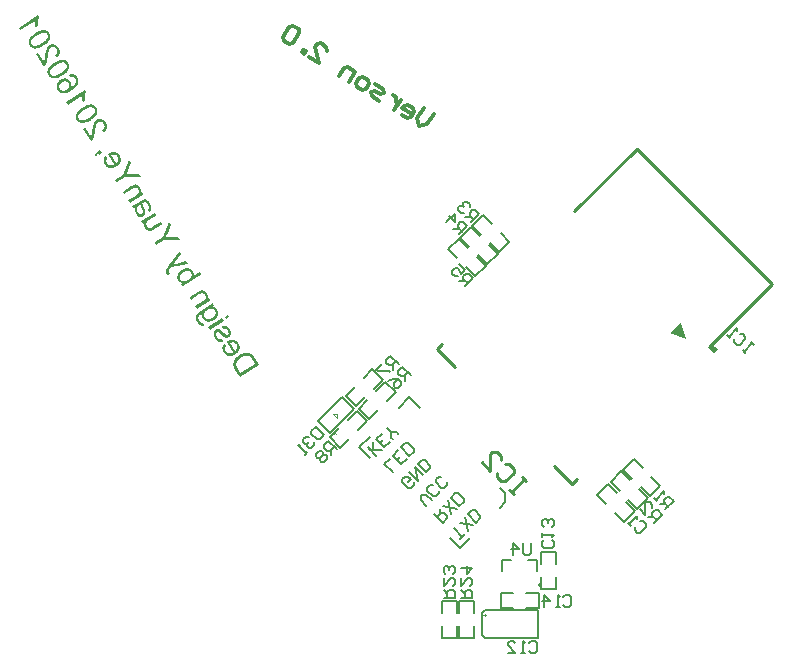
<source format=gbo>
G04 Layer_Color=32896*
%FSLAX44Y44*%
%MOMM*%
G71*
G01*
G75*
%ADD32C,0.2540*%
%ADD47C,0.2000*%
%ADD50C,0.0500*%
%ADD51C,0.1500*%
%ADD52C,0.1000*%
%ADD85C,0.3000*%
G36*
X180500Y645514D02*
X174190Y641520D01*
X173665Y641155D01*
X173211Y640835D01*
X172841Y640536D01*
X172558Y640257D01*
X172344Y640024D01*
X172186Y639858D01*
X172107Y639775D01*
X172075Y639722D01*
X171883Y639403D01*
X171752Y639091D01*
X171660Y638769D01*
X171591Y638463D01*
X171554Y638210D01*
X171549Y638009D01*
X171538Y637871D01*
X171544Y637809D01*
X171597Y637415D01*
X171672Y637036D01*
X171780Y636710D01*
X171873Y636407D01*
X171983Y636181D01*
X172064Y636002D01*
X172138Y635885D01*
X172168Y635838D01*
X172399Y635525D01*
X172624Y635273D01*
X172858Y635059D01*
X173085Y634907D01*
X173274Y634764D01*
X173419Y634692D01*
X173525Y634627D01*
X173563Y634619D01*
X173885Y634526D01*
X174176Y634481D01*
X174477Y634474D01*
X174739Y634475D01*
X174971Y634524D01*
X175141Y634566D01*
X175265Y634578D01*
X175288Y634593D01*
X175576Y634710D01*
X175896Y634879D01*
X176262Y635078D01*
X176614Y635301D01*
X176958Y635485D01*
X177216Y635649D01*
X177333Y635723D01*
X177403Y635768D01*
X177450Y635797D01*
X177474Y635812D01*
X184019Y639954D01*
X185281Y637960D01*
X177985Y633343D01*
X177539Y633061D01*
X177125Y632832D01*
X176806Y632663D01*
X176509Y632508D01*
X176322Y632389D01*
X176166Y632323D01*
X176057Y632287D01*
X176034Y632273D01*
X175684Y632150D01*
X175343Y632066D01*
X175026Y631996D01*
X174741Y631980D01*
X174494Y631955D01*
X174332Y631951D01*
X174208Y631939D01*
X174170Y631947D01*
X173840Y632001D01*
X173519Y632094D01*
X173221Y632201D01*
X172932Y632346D01*
X172696Y632460D01*
X172498Y632565D01*
X172392Y632629D01*
X172339Y632661D01*
X171975Y632924D01*
X171673Y633193D01*
X171395Y633477D01*
X171155Y633752D01*
X170968Y633995D01*
X170811Y634191D01*
X170737Y634309D01*
X170707Y634356D01*
X170464Y634793D01*
X170267Y635260D01*
X170123Y635694D01*
X170003Y636144D01*
X169959Y636576D01*
X169930Y636985D01*
X169916Y637370D01*
X169941Y637747D01*
X169980Y638101D01*
X170026Y638392D01*
X170109Y638675D01*
X170161Y638905D01*
X170204Y639097D01*
X170253Y639226D01*
X170294Y639318D01*
X170303Y639356D01*
X168590Y638272D01*
X167462Y640055D01*
X179238Y647508D01*
X180500Y645514D01*
D02*
G37*
G36*
X192366Y636629D02*
X189555Y630480D01*
X189206Y629734D01*
X188889Y629040D01*
X188589Y628424D01*
X188330Y627898D01*
X188112Y627464D01*
X188031Y627281D01*
X187958Y627137D01*
X187908Y627007D01*
X187868Y626916D01*
X187836Y626862D01*
X187812Y626848D01*
X188507Y626893D01*
X189192Y626899D01*
X189839Y626915D01*
X190425Y626924D01*
X190911Y626936D01*
X191111Y626931D01*
X191287Y626911D01*
X191411Y626924D01*
X191511Y626921D01*
X191588Y626904D01*
X191611Y626919D01*
X198557Y626846D01*
X200205Y624242D01*
X186880Y624582D01*
X180007Y620232D01*
X178641Y622391D01*
X185515Y626740D01*
X190777Y639139D01*
X192366Y636629D01*
D02*
G37*
G36*
X206556Y600500D02*
X206795Y600487D01*
X206957Y600490D01*
X206995Y600482D01*
X207425Y600425D01*
X207861Y600307D01*
X208236Y600183D01*
X208563Y600029D01*
X208838Y599907D01*
X209074Y599793D01*
X209195Y599706D01*
X209248Y599674D01*
X209611Y599411D01*
X209966Y599110D01*
X210259Y598802D01*
X210523Y598542D01*
X210709Y598299D01*
X210867Y598102D01*
X210956Y597962D01*
X210970Y597938D01*
X210985Y597915D01*
X211185Y597548D01*
X211360Y597166D01*
X211498Y596793D01*
X211573Y596414D01*
X211680Y595726D01*
X211672Y595064D01*
X211650Y594787D01*
X211628Y594510D01*
X211577Y594281D01*
X211534Y594089D01*
X211490Y593898D01*
X211465Y593783D01*
X211432Y593730D01*
X211424Y593691D01*
X217218Y597358D01*
X218480Y595364D01*
X202247Y585091D01*
X201074Y586944D01*
X202552Y587879D01*
X202098Y587921D01*
X201692Y587992D01*
X201294Y588102D01*
X200905Y588250D01*
X200577Y588404D01*
X200258Y588596D01*
X199977Y588780D01*
X199720Y588979D01*
X199306Y589374D01*
X199126Y589555D01*
X198998Y589704D01*
X198909Y589845D01*
X198811Y589948D01*
X198767Y590018D01*
X198752Y590041D01*
X198538Y590432D01*
X198347Y590837D01*
X198195Y591233D01*
X198104Y591636D01*
X197962Y592432D01*
X197963Y592794D01*
X197940Y593142D01*
X197956Y593480D01*
X197978Y593757D01*
X198015Y594010D01*
X198028Y594249D01*
X198071Y594440D01*
X198097Y594555D01*
X198114Y594632D01*
X198123Y594670D01*
X198288Y595136D01*
X198491Y595593D01*
X198710Y596027D01*
X199004Y596443D01*
X199291Y596822D01*
X199615Y597191D01*
X200247Y597854D01*
X200555Y598147D01*
X200853Y598402D01*
X201120Y598604D01*
X201363Y598790D01*
X201559Y598947D01*
X201700Y599037D01*
X201817Y599111D01*
X201841Y599126D01*
X202325Y599399D01*
X202785Y599658D01*
X203229Y599840D01*
X203625Y599992D01*
X203975Y600115D01*
X204239Y600216D01*
X204324Y600237D01*
X204410Y600258D01*
X204448Y600250D01*
X204471Y600265D01*
X204959Y600376D01*
X205438Y600450D01*
X205871Y600493D01*
X206256Y600507D01*
X206556Y600500D01*
D02*
G37*
G36*
X170373Y658818D02*
X170534Y658821D01*
X170634Y658819D01*
X170673Y658810D01*
X170979Y658741D01*
X171301Y658649D01*
X171590Y658503D01*
X171879Y658358D01*
X172106Y658206D01*
X172281Y658087D01*
X172402Y657999D01*
X172455Y657967D01*
X172810Y657666D01*
X173156Y657326D01*
X173479Y656972D01*
X173778Y656603D01*
X174024Y656266D01*
X174211Y656023D01*
X174285Y655906D01*
X174330Y655835D01*
X174359Y655788D01*
X174374Y655765D01*
X174707Y655187D01*
X174972Y654665D01*
X175199Y654151D01*
X175366Y653731D01*
X175503Y653358D01*
X175581Y653079D01*
X175617Y652970D01*
X175638Y652885D01*
X175630Y652847D01*
X175645Y652823D01*
X175733Y652320D01*
X175744Y651835D01*
X175750Y651411D01*
X175725Y651034D01*
X175656Y650728D01*
X175605Y650498D01*
X175570Y650345D01*
X175562Y650307D01*
X175390Y649902D01*
X175181Y649507D01*
X174941Y649158D01*
X174711Y648848D01*
X174465Y648561D01*
X174298Y648357D01*
X174219Y648274D01*
X174149Y648230D01*
X174140Y648192D01*
X174117Y648177D01*
X172627Y649960D01*
X172960Y650368D01*
X173246Y650747D01*
X173447Y651104D01*
X173593Y651393D01*
X173691Y651653D01*
X173734Y651844D01*
X173745Y651983D01*
X173754Y652021D01*
X173740Y652406D01*
X173649Y652809D01*
X173521Y653220D01*
X173360Y653578D01*
X173199Y653936D01*
X173074Y654186D01*
X173014Y654280D01*
X172970Y654350D01*
X172940Y654397D01*
X172925Y654420D01*
X172560Y654945D01*
X172193Y655370D01*
X171838Y655671D01*
X171513Y655925D01*
X171224Y656071D01*
X171011Y656199D01*
X170843Y656257D01*
X170805Y656265D01*
X170475Y656320D01*
X170128Y656297D01*
X169772Y656236D01*
X169446Y656128D01*
X169158Y656012D01*
X168909Y655887D01*
X168768Y655798D01*
X168745Y655783D01*
X168721Y655768D01*
X168674Y655739D01*
X168580Y655679D01*
X168416Y655575D01*
X168290Y655463D01*
X168243Y655433D01*
X168220Y655418D01*
X168298Y655139D01*
X168391Y654836D01*
X168592Y654208D01*
X168860Y653524D01*
X169099Y652886D01*
X169231Y652575D01*
X169370Y652302D01*
X169472Y652038D01*
X169567Y651835D01*
X169648Y651656D01*
X169722Y651539D01*
X169758Y651430D01*
X169773Y651407D01*
X169993Y650955D01*
X170145Y650559D01*
X170292Y650224D01*
X170393Y649960D01*
X170488Y649757D01*
X170530Y649587D01*
X170566Y649478D01*
X170581Y649454D01*
X170680Y649090D01*
X170750Y648773D01*
X170796Y648440D01*
X170836Y648170D01*
X170861Y647923D01*
X170841Y647746D01*
X170854Y647623D01*
X170845Y647584D01*
X170829Y647246D01*
X170760Y646939D01*
X170691Y646633D01*
X170593Y646374D01*
X170503Y646152D01*
X170421Y645969D01*
X170357Y645863D01*
X170349Y645825D01*
X170165Y645544D01*
X169943Y645272D01*
X169729Y645038D01*
X169501Y644828D01*
X169305Y644671D01*
X169155Y644544D01*
X169061Y644484D01*
X169014Y644455D01*
X168718Y644300D01*
X168469Y644175D01*
X167902Y643980D01*
X167399Y643892D01*
X166928Y643857D01*
X166528Y643867D01*
X166213Y643897D01*
X166021Y643941D01*
X165945Y643958D01*
X165373Y644187D01*
X164841Y644508D01*
X164350Y644920D01*
X163936Y645315D01*
X163598Y645693D01*
X163456Y645865D01*
X163352Y646030D01*
X163240Y646155D01*
X163180Y646249D01*
X163136Y646320D01*
X163121Y646343D01*
X162877Y646780D01*
X162657Y647232D01*
X162466Y647637D01*
X162329Y648010D01*
X162236Y648313D01*
X162173Y648568D01*
X162107Y648724D01*
X162101Y648786D01*
X162013Y649289D01*
X161986Y649798D01*
X161998Y650298D01*
X161987Y650783D01*
X162020Y651199D01*
X162050Y651514D01*
X162078Y651729D01*
X162110Y651782D01*
X162096Y651805D01*
X161761Y651659D01*
X161450Y651528D01*
X161162Y651411D01*
X160906Y651348D01*
X160674Y651300D01*
X160527Y651273D01*
X160418Y651237D01*
X160380Y651245D01*
X159059Y653333D01*
X159391Y653379D01*
X159723Y653425D01*
X160017Y653480D01*
X160258Y653566D01*
X160490Y653615D01*
X160646Y653680D01*
X160755Y653716D01*
X160778Y653731D01*
X160957Y653812D01*
X161183Y653922D01*
X161418Y654070D01*
X161691Y654210D01*
X162292Y654558D01*
X162878Y654929D01*
X163456Y655262D01*
X163714Y655425D01*
X163925Y655559D01*
X164113Y655677D01*
X164254Y655767D01*
X164348Y655826D01*
X164371Y655841D01*
X167045Y657533D01*
X167491Y657815D01*
X167905Y658044D01*
X168225Y658214D01*
X168483Y658377D01*
X168685Y658473D01*
X168841Y658538D01*
X168926Y658559D01*
X168950Y658574D01*
X169299Y658697D01*
X169617Y658766D01*
X169887Y658806D01*
X170172Y658822D01*
X170373Y658818D01*
D02*
G37*
G36*
X144406Y698861D02*
X144606Y698857D01*
X144745Y698846D01*
X144821Y698829D01*
X144860Y698820D01*
X145319Y698717D01*
X145770Y698575D01*
X146189Y698380D01*
X146585Y698170D01*
X146957Y697946D01*
X147267Y697715D01*
X147592Y697461D01*
X147841Y697224D01*
X148104Y696964D01*
X148314Y696735D01*
X148510Y696530D01*
X148652Y696357D01*
X148779Y696208D01*
X148869Y696067D01*
X148913Y695997D01*
X148928Y695974D01*
X149186Y695513D01*
X149407Y695061D01*
X149589Y694618D01*
X149709Y694168D01*
X149814Y693742D01*
X149881Y693325D01*
X149934Y692931D01*
X149933Y692569D01*
X149955Y692221D01*
X149925Y691906D01*
X149903Y691630D01*
X149875Y691415D01*
X149832Y691223D01*
X149821Y691085D01*
X149803Y691008D01*
X149795Y690970D01*
X149630Y690504D01*
X149426Y690047D01*
X149208Y689613D01*
X148951Y689187D01*
X148642Y688794D01*
X148341Y688440D01*
X147709Y687777D01*
X147425Y687499D01*
X147126Y687244D01*
X146859Y687042D01*
X146616Y686855D01*
X146420Y686698D01*
X146279Y686609D01*
X146162Y686535D01*
X146138Y686520D01*
X145607Y686217D01*
X145085Y685952D01*
X144571Y685726D01*
X144090Y685552D01*
X143617Y685417D01*
X143167Y685297D01*
X142750Y685230D01*
X142355Y685178D01*
X142008Y685155D01*
X141685Y685147D01*
X141423Y685146D01*
X141184Y685159D01*
X140984Y685164D01*
X140846Y685175D01*
X140769Y685192D01*
X140731Y685201D01*
X140256Y685328D01*
X139829Y685484D01*
X139410Y685679D01*
X139000Y685912D01*
X138651Y686151D01*
X138287Y686414D01*
X137684Y686952D01*
X137444Y687228D01*
X137219Y687479D01*
X137009Y687708D01*
X136852Y687904D01*
X136724Y688053D01*
X136635Y688194D01*
X136576Y688288D01*
X136561Y688311D01*
X136148Y689068D01*
X135849Y689799D01*
X135619Y690475D01*
X135564Y690769D01*
X135510Y691063D01*
X135470Y691333D01*
X135445Y691581D01*
X135426Y691766D01*
X135408Y691951D01*
X135419Y692089D01*
X135421Y692190D01*
X135438Y692266D01*
X135423Y692290D01*
X135549Y693026D01*
X135757Y693683D01*
X136018Y694309D01*
X136315Y694826D01*
X136595Y695266D01*
X136739Y695455D01*
X136835Y695614D01*
X136946Y695750D01*
X137025Y695833D01*
X137057Y695886D01*
X137080Y695901D01*
X138645Y694000D01*
X138318Y693530D01*
X138076Y693082D01*
X137881Y692663D01*
X137742Y692311D01*
X137658Y692029D01*
X137607Y691799D01*
X137587Y691622D01*
X137578Y691584D01*
X137584Y691160D01*
X137636Y690766D01*
X137750Y690378D01*
X137858Y690052D01*
X137974Y689764D01*
X138084Y689538D01*
X138174Y689398D01*
X138188Y689374D01*
X138203Y689351D01*
X138405Y689084D01*
X138592Y688841D01*
X139006Y688446D01*
X139437Y688128D01*
X139862Y687871D01*
X140205Y687693D01*
X140503Y687586D01*
X140709Y687520D01*
X140771Y687526D01*
X140786Y687502D01*
X141416Y687441D01*
X142048Y687480D01*
X142683Y687619D01*
X143241Y687775D01*
X143708Y687972D01*
X143926Y688044D01*
X144105Y688124D01*
X144245Y688214D01*
X144354Y688249D01*
X144424Y688294D01*
X144448Y688309D01*
X138881Y697106D01*
X139100Y697278D01*
X139264Y697382D01*
X139358Y697441D01*
X139382Y697456D01*
X139936Y697774D01*
X140458Y698039D01*
X140972Y698265D01*
X141477Y698454D01*
X141950Y698589D01*
X142400Y698709D01*
X142817Y698776D01*
X143211Y698828D01*
X143582Y698866D01*
X143906Y698873D01*
X144168Y698875D01*
X144406Y698861D01*
D02*
G37*
G36*
X158828Y689623D02*
X156017Y683474D01*
X155668Y682728D01*
X155351Y682034D01*
X155051Y681417D01*
X154792Y680892D01*
X154574Y680458D01*
X154493Y680275D01*
X154420Y680131D01*
X154371Y680001D01*
X154330Y679910D01*
X154298Y679856D01*
X154275Y679842D01*
X154969Y679887D01*
X155654Y679894D01*
X156302Y679909D01*
X156887Y679918D01*
X157373Y679930D01*
X157573Y679925D01*
X157750Y679905D01*
X157873Y679918D01*
X157973Y679915D01*
X158050Y679898D01*
X158073Y679913D01*
X165019Y679840D01*
X166667Y677236D01*
X153343Y677576D01*
X146469Y673226D01*
X145103Y675385D01*
X151977Y679734D01*
X157239Y692133D01*
X158828Y689623D01*
D02*
G37*
G36*
X162560Y671319D02*
X162913Y671280D01*
X163234Y671187D01*
X163556Y671095D01*
X163845Y670949D01*
X164081Y670836D01*
X164255Y670716D01*
X164361Y670652D01*
X164415Y670620D01*
X164763Y670381D01*
X165080Y670088D01*
X165358Y669804D01*
X165598Y669529D01*
X165785Y669286D01*
X165927Y669113D01*
X166016Y668972D01*
X166031Y668949D01*
X166046Y668925D01*
X166304Y668465D01*
X166501Y667998D01*
X166645Y667563D01*
X166765Y667114D01*
X166832Y666696D01*
X166861Y666287D01*
X166851Y665887D01*
X166836Y665548D01*
X166796Y665195D01*
X166728Y664889D01*
X166667Y664621D01*
X166616Y664391D01*
X166558Y664223D01*
X166508Y664093D01*
X166468Y664001D01*
X166459Y663963D01*
X168148Y665032D01*
X169276Y663249D01*
X157500Y655796D01*
X156238Y657790D01*
X162642Y661843D01*
X163041Y662096D01*
X163410Y662395D01*
X163709Y662650D01*
X163984Y662890D01*
X164221Y663138D01*
X164435Y663372D01*
X164610Y663614D01*
X164738Y663827D01*
X164858Y664001D01*
X164939Y664184D01*
X165012Y664329D01*
X165061Y664458D01*
X165119Y664626D01*
X165137Y664703D01*
X165195Y665233D01*
X165145Y665727D01*
X165049Y666192D01*
X164958Y666594D01*
X164812Y666929D01*
X164687Y667178D01*
X164651Y667287D01*
X164606Y667357D01*
X164592Y667381D01*
X164577Y667404D01*
X164375Y667671D01*
X164174Y667938D01*
X163955Y668128D01*
X163766Y668271D01*
X163591Y668391D01*
X163455Y668502D01*
X163364Y668542D01*
X163326Y668551D01*
X163051Y668673D01*
X162768Y668757D01*
X162515Y668794D01*
X162300Y668822D01*
X162115Y668803D01*
X161953Y668799D01*
X161853Y668802D01*
X161829Y668787D01*
X161527Y668694D01*
X161201Y668586D01*
X160866Y668440D01*
X160546Y668270D01*
X160273Y668131D01*
X160062Y667997D01*
X159898Y667893D01*
X159874Y667878D01*
X159851Y667863D01*
X152719Y663350D01*
X151458Y665344D01*
X158683Y669917D01*
X159176Y670229D01*
X159589Y670458D01*
X159932Y670642D01*
X160214Y670820D01*
X160417Y670915D01*
X160572Y670981D01*
X160681Y671017D01*
X160704Y671032D01*
X161054Y671154D01*
X161409Y671215D01*
X161703Y671270D01*
X161997Y671324D01*
X162236Y671311D01*
X162398Y671315D01*
X162521Y671327D01*
X162560Y671319D01*
D02*
G37*
G36*
X201166Y612859D02*
X195896Y605975D01*
X195522Y605476D01*
X195142Y605038D01*
X194777Y604577D01*
X194452Y604207D01*
X194160Y603891D01*
X194049Y603755D01*
X193946Y603657D01*
X193867Y603574D01*
X193812Y603507D01*
X193780Y603453D01*
X193756Y603438D01*
X194385Y603639D01*
X194967Y603810D01*
X195525Y603966D01*
X196013Y604078D01*
X196415Y604169D01*
X196586Y604211D01*
X196733Y604238D01*
X196865Y604289D01*
X196950Y604310D01*
X196989Y604301D01*
X197012Y604316D01*
X205397Y606173D01*
X206733Y604062D01*
X192136Y601066D01*
X191985Y600839D01*
X191850Y600688D01*
X191786Y600582D01*
X191762Y600567D01*
X191453Y600174D01*
X191213Y599825D01*
X190991Y599553D01*
X190863Y599341D01*
X190752Y599204D01*
X190688Y599098D01*
X190671Y599021D01*
X190647Y599007D01*
X190508Y598656D01*
X190454Y598326D01*
X190443Y598187D01*
X190440Y598087D01*
X190423Y598011D01*
X190438Y597987D01*
X190471Y597779D01*
X190505Y597570D01*
X190657Y597173D01*
X190746Y597033D01*
X190797Y596900D01*
X190857Y596807D01*
X190871Y596783D01*
X191132Y596423D01*
X191440Y596092D01*
X191576Y595981D01*
X191674Y595878D01*
X191757Y595799D01*
X191772Y595776D01*
X189785Y594814D01*
X189528Y595013D01*
X189332Y595218D01*
X189152Y595399D01*
X188986Y595557D01*
X188882Y595721D01*
X188785Y595824D01*
X188740Y595894D01*
X188725Y595918D01*
X188526Y596284D01*
X188380Y596619D01*
X188272Y596945D01*
X188217Y597239D01*
X188178Y597510D01*
X188159Y597695D01*
X188146Y597818D01*
X188155Y597857D01*
X188179Y598234D01*
X188280Y598593D01*
X188381Y598953D01*
X188497Y599289D01*
X188619Y599563D01*
X188709Y599785D01*
X188782Y599929D01*
X188814Y599982D01*
X188934Y600157D01*
X189039Y600354D01*
X189319Y600794D01*
X189646Y601264D01*
X189987Y601710D01*
X190282Y602127D01*
X190425Y602316D01*
X190545Y602490D01*
X190633Y602612D01*
X190697Y602718D01*
X190752Y602786D01*
X190776Y602801D01*
X199904Y614853D01*
X201166Y612859D01*
D02*
G37*
G36*
X238137Y551688D02*
X238505Y551626D01*
X238865Y551525D01*
X239216Y551386D01*
X239543Y551231D01*
X239809Y551071D01*
X240022Y550943D01*
X240143Y550855D01*
X240181Y550847D01*
X240196Y550823D01*
X240589Y550513D01*
X240950Y550150D01*
X241297Y549811D01*
X241581Y549465D01*
X241827Y549128D01*
X242014Y548885D01*
X242073Y548791D01*
X242118Y548721D01*
X242148Y548674D01*
X242162Y548651D01*
X242370Y548322D01*
X242531Y547964D01*
X242686Y547668D01*
X242802Y547380D01*
X242889Y547139D01*
X242946Y546945D01*
X242982Y546837D01*
X242988Y546775D01*
X243072Y546434D01*
X243142Y546116D01*
X243182Y545846D01*
X243207Y545599D01*
X243225Y545414D01*
X243214Y545275D01*
X243235Y545190D01*
X243227Y545152D01*
X243211Y544813D01*
X243142Y544507D01*
X243035Y544209D01*
X242960Y543964D01*
X242870Y543743D01*
X242797Y543598D01*
X242733Y543492D01*
X242724Y543454D01*
X242540Y543173D01*
X242365Y542931D01*
X242137Y542721D01*
X241956Y542540D01*
X241759Y542383D01*
X241633Y542271D01*
X241539Y542211D01*
X241493Y542181D01*
X241149Y541997D01*
X240838Y541866D01*
X240512Y541758D01*
X240233Y541680D01*
X240001Y541632D01*
X239792Y541598D01*
X239668Y541586D01*
X239630Y541594D01*
X239253Y541618D01*
X238909Y541696D01*
X238587Y541788D01*
X238289Y541896D01*
X238053Y542009D01*
X237870Y542090D01*
X237764Y542155D01*
X237711Y542187D01*
X237537Y542306D01*
X237309Y542458D01*
X236848Y542823D01*
X236395Y543227D01*
X235905Y543639D01*
X235505Y544011D01*
X235301Y544177D01*
X235136Y544335D01*
X235000Y544446D01*
X234902Y544549D01*
X234834Y544604D01*
X234819Y544628D01*
X234556Y544888D01*
X234322Y545102D01*
X234103Y545292D01*
X233899Y545458D01*
X233734Y545616D01*
X233559Y545736D01*
X233287Y545958D01*
X233098Y546101D01*
X232953Y546174D01*
X232885Y546229D01*
X232847Y546238D01*
X232573Y546360D01*
X232296Y546382D01*
X232058Y546395D01*
X231849Y546362D01*
X231655Y546305D01*
X231523Y546254D01*
X231429Y546195D01*
X231406Y546180D01*
X231139Y545978D01*
X230949Y545759D01*
X230788Y545494D01*
X230675Y545258D01*
X230600Y545013D01*
X230542Y544845D01*
X230531Y544706D01*
X230522Y544668D01*
X230513Y544268D01*
X230588Y543889D01*
X230717Y543477D01*
X230855Y543104D01*
X231001Y542770D01*
X231126Y542520D01*
X231185Y542426D01*
X231230Y542356D01*
X231260Y542309D01*
X231274Y542286D01*
X231610Y541808D01*
X231947Y541430D01*
X232264Y541138D01*
X232574Y540907D01*
X232840Y540747D01*
X233052Y540618D01*
X233182Y540569D01*
X233235Y540537D01*
X233657Y540442D01*
X234095Y540424D01*
X234489Y540476D01*
X234845Y540537D01*
X235163Y540607D01*
X235427Y540708D01*
X235597Y540750D01*
X235621Y540765D01*
X235644Y540780D01*
X236586Y538616D01*
X235826Y538365D01*
X235105Y538205D01*
X234473Y538166D01*
X233911Y538172D01*
X233434Y538199D01*
X233089Y538276D01*
X232859Y538328D01*
X232821Y538336D01*
X232783Y538345D01*
X232470Y538476D01*
X232166Y538645D01*
X231575Y539059D01*
X231040Y539542D01*
X230566Y540031D01*
X230356Y540259D01*
X230184Y540479D01*
X230012Y540698D01*
X229893Y540886D01*
X229766Y541035D01*
X229692Y541153D01*
X229647Y541223D01*
X229632Y541246D01*
X229329Y541777D01*
X229094Y542253D01*
X228897Y542720D01*
X228753Y543154D01*
X228654Y543519D01*
X228576Y543798D01*
X228534Y543968D01*
X228543Y544007D01*
X228528Y544030D01*
X228486Y544562D01*
X228490Y545024D01*
X228546Y545454D01*
X228594Y545846D01*
X228663Y546153D01*
X228753Y546374D01*
X228787Y546527D01*
X228820Y546580D01*
X229029Y546976D01*
X229292Y547339D01*
X229523Y547649D01*
X229760Y547898D01*
X229988Y548108D01*
X230161Y548251D01*
X230278Y548325D01*
X230325Y548354D01*
X230715Y548568D01*
X231073Y548729D01*
X231414Y548814D01*
X231717Y548907D01*
X231987Y548946D01*
X232188Y548942D01*
X232311Y548954D01*
X232349Y548946D01*
X232703Y548906D01*
X233047Y548829D01*
X233369Y548736D01*
X233643Y548614D01*
X233894Y548478D01*
X234053Y548381D01*
X234160Y548317D01*
X234213Y548285D01*
X234387Y548165D01*
X234576Y548022D01*
X235023Y547681D01*
X235499Y547292D01*
X235951Y546888D01*
X236374Y546531D01*
X236555Y546350D01*
X236705Y546216D01*
X236841Y546105D01*
X236939Y546002D01*
X237007Y545947D01*
X237022Y545923D01*
X237256Y545710D01*
X237474Y545519D01*
X237655Y545338D01*
X237844Y545195D01*
X238107Y544935D01*
X238326Y544744D01*
X238501Y544625D01*
X238584Y544546D01*
X238637Y544514D01*
X238652Y544490D01*
X238864Y544362D01*
X239038Y544242D01*
X239221Y544161D01*
X239351Y544112D01*
X239481Y544062D01*
X239581Y544060D01*
X239619Y544051D01*
X239657Y544043D01*
X239981Y544050D01*
X240260Y544128D01*
X240354Y544188D01*
X240439Y544209D01*
X240486Y544239D01*
X240510Y544254D01*
X240706Y544411D01*
X240873Y544615D01*
X241001Y544827D01*
X241067Y545034D01*
X241149Y545216D01*
X241183Y545370D01*
X241186Y545470D01*
X241194Y545508D01*
X241195Y545870D01*
X241119Y546249D01*
X240982Y546622D01*
X240859Y546972D01*
X240690Y547291D01*
X240565Y547541D01*
X240505Y547635D01*
X240461Y547705D01*
X240431Y547752D01*
X240416Y547776D01*
X240140Y548159D01*
X239856Y548505D01*
X239569Y548751D01*
X239327Y548926D01*
X239099Y549078D01*
X238916Y549159D01*
X238810Y549223D01*
X238772Y549232D01*
X238412Y549333D01*
X238074Y549349D01*
X237750Y549341D01*
X237465Y549324D01*
X237209Y549261D01*
X237015Y549204D01*
X236907Y549168D01*
X236860Y549139D01*
X235885Y551249D01*
X236344Y551408D01*
X236755Y551536D01*
X237134Y551612D01*
X237490Y551673D01*
X237752Y551674D01*
X237975Y551685D01*
X238099Y551697D01*
X238137Y551688D01*
D02*
G37*
G36*
X245019Y539879D02*
X245219Y539875D01*
X245358Y539864D01*
X245434Y539846D01*
X245473Y539838D01*
X245932Y539734D01*
X246383Y539593D01*
X246802Y539398D01*
X247198Y539188D01*
X247570Y538964D01*
X247880Y538733D01*
X248205Y538479D01*
X248454Y538242D01*
X248717Y537981D01*
X248927Y537753D01*
X249123Y537548D01*
X249265Y537375D01*
X249393Y537226D01*
X249482Y537085D01*
X249526Y537015D01*
X249541Y536991D01*
X249800Y536531D01*
X250020Y536079D01*
X250202Y535636D01*
X250322Y535186D01*
X250428Y534760D01*
X250495Y534342D01*
X250547Y533948D01*
X250546Y533586D01*
X250569Y533239D01*
X250538Y532924D01*
X250516Y532647D01*
X250488Y532432D01*
X250445Y532241D01*
X250434Y532103D01*
X250417Y532026D01*
X250408Y531988D01*
X250243Y531522D01*
X250039Y531064D01*
X249821Y530631D01*
X249564Y530205D01*
X249255Y529812D01*
X248954Y529457D01*
X248322Y528795D01*
X248038Y528516D01*
X247739Y528262D01*
X247472Y528060D01*
X247229Y527873D01*
X247033Y527716D01*
X246892Y527627D01*
X246775Y527553D01*
X246751Y527538D01*
X246220Y527235D01*
X245698Y526970D01*
X245184Y526744D01*
X244703Y526570D01*
X244230Y526435D01*
X243780Y526315D01*
X243363Y526248D01*
X242969Y526195D01*
X242621Y526173D01*
X242298Y526165D01*
X242036Y526164D01*
X241798Y526177D01*
X241597Y526182D01*
X241459Y526193D01*
X241382Y526210D01*
X241344Y526219D01*
X240870Y526345D01*
X240442Y526502D01*
X240023Y526697D01*
X239613Y526930D01*
X239264Y527169D01*
X238901Y527432D01*
X238297Y527970D01*
X238057Y528245D01*
X237832Y528497D01*
X237622Y528726D01*
X237465Y528922D01*
X237337Y529071D01*
X237248Y529212D01*
X237189Y529306D01*
X237174Y529329D01*
X236761Y530086D01*
X236462Y530817D01*
X236232Y531493D01*
X236177Y531787D01*
X236123Y532081D01*
X236083Y532351D01*
X236058Y532598D01*
X236039Y532784D01*
X236021Y532969D01*
X236032Y533107D01*
X236034Y533207D01*
X236051Y533284D01*
X236036Y533307D01*
X236162Y534044D01*
X236370Y534701D01*
X236631Y535327D01*
X236929Y535843D01*
X237209Y536283D01*
X237352Y536473D01*
X237448Y536632D01*
X237559Y536768D01*
X237638Y536851D01*
X237670Y536904D01*
X237694Y536919D01*
X239258Y535018D01*
X238931Y534548D01*
X238689Y534099D01*
X238495Y533680D01*
X238355Y533329D01*
X238272Y533046D01*
X238220Y532817D01*
X238200Y532640D01*
X238192Y532602D01*
X238197Y532178D01*
X238249Y531784D01*
X238363Y531396D01*
X238471Y531070D01*
X238587Y530782D01*
X238697Y530556D01*
X238787Y530415D01*
X238801Y530392D01*
X238816Y530368D01*
X239018Y530102D01*
X239205Y529859D01*
X239619Y529464D01*
X240050Y529145D01*
X240476Y528889D01*
X240818Y528711D01*
X241116Y528604D01*
X241322Y528537D01*
X241384Y528544D01*
X241399Y528520D01*
X242029Y528459D01*
X242661Y528498D01*
X243296Y528637D01*
X243855Y528793D01*
X244321Y528990D01*
X244539Y529062D01*
X244718Y529142D01*
X244858Y529231D01*
X244967Y529267D01*
X245037Y529312D01*
X245061Y529327D01*
X239494Y538124D01*
X239713Y538296D01*
X239878Y538400D01*
X239971Y538459D01*
X239995Y538474D01*
X240549Y538792D01*
X241072Y539057D01*
X241585Y539283D01*
X242090Y539472D01*
X242563Y539607D01*
X243013Y539727D01*
X243431Y539794D01*
X243825Y539846D01*
X244195Y539884D01*
X244519Y539891D01*
X244781Y539893D01*
X245019Y539879D01*
D02*
G37*
G36*
X256914Y528975D02*
X257506Y528923D01*
X258012Y528849D01*
X258395Y528763D01*
X258525Y528714D01*
X258640Y528688D01*
X258678Y528679D01*
X258717Y528671D01*
X259259Y528488D01*
X259746Y528238D01*
X260210Y527973D01*
X260611Y527701D01*
X260936Y527447D01*
X261170Y527234D01*
X261276Y527170D01*
X261321Y527099D01*
X261374Y527067D01*
X261389Y527044D01*
X261712Y526689D01*
X262079Y526265D01*
X262423Y525825D01*
X262743Y525371D01*
X263034Y524963D01*
X263153Y524776D01*
X263257Y524612D01*
X263331Y524494D01*
X263390Y524400D01*
X263435Y524330D01*
X263450Y524307D01*
X266983Y518723D01*
X250749Y508450D01*
X247053Y514291D01*
X246735Y514846D01*
X246446Y515353D01*
X246211Y515828D01*
X246021Y516233D01*
X245860Y516592D01*
X245735Y516841D01*
X245714Y516926D01*
X245692Y517011D01*
X245678Y517035D01*
X245663Y517058D01*
X245513Y517555D01*
X245416Y518019D01*
X245325Y518422D01*
X245288Y518792D01*
X245257Y519101D01*
X245247Y519325D01*
X245258Y519463D01*
X245252Y519525D01*
X245270Y519964D01*
X245364Y520385D01*
X245436Y520792D01*
X245537Y521151D01*
X245629Y521472D01*
X245704Y521717D01*
X245762Y521885D01*
X245794Y521938D01*
X246021Y522411D01*
X246271Y522897D01*
X246528Y523323D01*
X246814Y523701D01*
X247054Y524049D01*
X247252Y524307D01*
X247331Y524390D01*
X247387Y524458D01*
X247419Y524511D01*
X247442Y524525D01*
X247916Y525023D01*
X248405Y525496D01*
X248900Y525908D01*
X249372Y526305D01*
X249802Y526611D01*
X249990Y526729D01*
X250140Y526857D01*
X250257Y526931D01*
X250374Y527005D01*
X250421Y527035D01*
X250445Y527050D01*
X251257Y527531D01*
X252029Y527921D01*
X252760Y528219D01*
X253095Y528365D01*
X253397Y528458D01*
X253700Y528551D01*
X253941Y528638D01*
X254158Y528710D01*
X254367Y528743D01*
X254522Y528809D01*
X254646Y528821D01*
X254708Y528828D01*
X254731Y528843D01*
X255504Y528970D01*
X256237Y529007D01*
X256914Y528975D01*
D02*
G37*
G36*
X237153Y555994D02*
X225377Y548541D01*
X224115Y550535D01*
X235892Y557988D01*
X237153Y555994D01*
D02*
G37*
G36*
X219257Y581729D02*
X219611Y581689D01*
X219932Y581597D01*
X220253Y581505D01*
X220543Y581359D01*
X220779Y581246D01*
X220953Y581126D01*
X221059Y581062D01*
X221112Y581030D01*
X221461Y580790D01*
X221778Y580498D01*
X222056Y580214D01*
X222296Y579939D01*
X222482Y579696D01*
X222625Y579523D01*
X222714Y579382D01*
X222729Y579358D01*
X222743Y579335D01*
X223002Y578875D01*
X223199Y578408D01*
X223343Y577973D01*
X223463Y577523D01*
X223530Y577106D01*
X223559Y576697D01*
X223549Y576297D01*
X223533Y575958D01*
X223494Y575605D01*
X223425Y575298D01*
X223365Y575030D01*
X223313Y574800D01*
X223256Y574632D01*
X223206Y574503D01*
X223165Y574411D01*
X223157Y574373D01*
X224846Y575442D01*
X225974Y573659D01*
X214198Y566206D01*
X212936Y568200D01*
X219340Y572253D01*
X219739Y572505D01*
X220108Y572805D01*
X220407Y573060D01*
X220682Y573299D01*
X220919Y573548D01*
X221133Y573782D01*
X221308Y574024D01*
X221436Y574237D01*
X221556Y574411D01*
X221637Y574594D01*
X221710Y574738D01*
X221759Y574868D01*
X221817Y575036D01*
X221834Y575113D01*
X221893Y575643D01*
X221843Y576137D01*
X221747Y576601D01*
X221656Y577004D01*
X221510Y577339D01*
X221385Y577588D01*
X221349Y577697D01*
X221304Y577767D01*
X221290Y577791D01*
X221275Y577814D01*
X221073Y578081D01*
X220872Y578348D01*
X220653Y578538D01*
X220464Y578681D01*
X220289Y578800D01*
X220153Y578911D01*
X220062Y578952D01*
X220023Y578961D01*
X219749Y579083D01*
X219466Y579166D01*
X219213Y579203D01*
X218998Y579232D01*
X218813Y579213D01*
X218651Y579209D01*
X218551Y579211D01*
X218527Y579197D01*
X218225Y579104D01*
X217899Y578996D01*
X217564Y578850D01*
X217244Y578680D01*
X216971Y578540D01*
X216760Y578407D01*
X216596Y578303D01*
X216572Y578288D01*
X216549Y578273D01*
X209417Y573760D01*
X208155Y575754D01*
X215381Y580327D01*
X215873Y580638D01*
X216287Y580867D01*
X216630Y581052D01*
X216912Y581230D01*
X217114Y581325D01*
X217270Y581391D01*
X217379Y581427D01*
X217402Y581441D01*
X217752Y581564D01*
X218107Y581625D01*
X218401Y581680D01*
X218695Y581734D01*
X218934Y581721D01*
X219096Y581725D01*
X219219Y581737D01*
X219257Y581729D01*
D02*
G37*
G36*
X241611Y558815D02*
X239335Y557375D01*
X238073Y559369D01*
X240349Y560809D01*
X241611Y558815D01*
D02*
G37*
G36*
X229048Y568803D02*
X227593Y567882D01*
X228061Y567817D01*
X228498Y567699D01*
X228910Y567566D01*
X229276Y567403D01*
X229633Y567202D01*
X229952Y567010D01*
X230248Y566803D01*
X230505Y566604D01*
X230739Y566390D01*
X230934Y566185D01*
X231114Y566004D01*
X231242Y565855D01*
X231354Y565729D01*
X231429Y565611D01*
X231473Y565541D01*
X231488Y565518D01*
X231821Y564940D01*
X232054Y564364D01*
X232210Y563806D01*
X232321Y563318D01*
X232388Y562901D01*
X232396Y562577D01*
X232409Y562453D01*
X232406Y562353D01*
X232398Y562315D01*
X232412Y562292D01*
X232360Y561700D01*
X232207Y561110D01*
X232048Y560583D01*
X231860Y560102D01*
X231650Y559706D01*
X231481Y559402D01*
X231417Y559296D01*
X231376Y559205D01*
X231344Y559151D01*
X231321Y559137D01*
X230915Y558584D01*
X230464Y558102D01*
X230023Y557658D01*
X229598Y557291D01*
X229205Y556977D01*
X229041Y556873D01*
X228892Y556745D01*
X228774Y556671D01*
X228681Y556612D01*
X228634Y556582D01*
X228610Y556567D01*
X228150Y556308D01*
X227689Y556050D01*
X226787Y555709D01*
X226353Y555565D01*
X225950Y555475D01*
X225548Y555384D01*
X225192Y555324D01*
X224836Y555263D01*
X224527Y555232D01*
X224265Y555230D01*
X224018Y555205D01*
X223841Y555225D01*
X223680Y555221D01*
X223618Y555215D01*
X223580Y555223D01*
X223111Y555288D01*
X222675Y555406D01*
X222248Y555563D01*
X221843Y555734D01*
X221471Y555959D01*
X221138Y556175D01*
X220827Y556405D01*
X220541Y556651D01*
X220292Y556888D01*
X220082Y557116D01*
X219886Y557321D01*
X219729Y557518D01*
X219625Y557682D01*
X219528Y557784D01*
X219468Y557878D01*
X219453Y557901D01*
X219254Y558268D01*
X219078Y558650D01*
X218941Y559023D01*
X218842Y559387D01*
X218758Y560090D01*
X218728Y560761D01*
X218750Y561038D01*
X218772Y561314D01*
X218809Y561568D01*
X218852Y561759D01*
X218886Y561912D01*
X218912Y562027D01*
X218930Y562104D01*
X218938Y562142D01*
X218586Y561920D01*
X218281Y561726D01*
X217991Y561510D01*
X217733Y561347D01*
X217498Y561198D01*
X217302Y561041D01*
X217115Y560922D01*
X216965Y560795D01*
X216745Y560623D01*
X216573Y560481D01*
X216494Y560398D01*
X216470Y560383D01*
X216192Y560043D01*
X215991Y559686D01*
X215837Y559358D01*
X215707Y559046D01*
X215646Y558778D01*
X215595Y558548D01*
X215584Y558409D01*
X215575Y558371D01*
X215580Y557947D01*
X215662Y557506D01*
X215791Y557095D01*
X215929Y556722D01*
X216090Y556364D01*
X216215Y556115D01*
X216274Y556021D01*
X216318Y555951D01*
X216348Y555904D01*
X216363Y555880D01*
X216669Y555449D01*
X217006Y555071D01*
X217323Y554779D01*
X217618Y554572D01*
X217861Y554397D01*
X218058Y554292D01*
X218188Y554242D01*
X218241Y554210D01*
X218524Y554127D01*
X218824Y554119D01*
X219110Y554136D01*
X219380Y554175D01*
X219621Y554262D01*
X219815Y554319D01*
X219924Y554355D01*
X219971Y554385D01*
X221461Y552601D01*
X221109Y552378D01*
X220774Y552232D01*
X220440Y552086D01*
X220114Y551978D01*
X219487Y551878D01*
X218940Y551860D01*
X218487Y551902D01*
X218157Y551956D01*
X217912Y552031D01*
X217874Y552039D01*
X217835Y552048D01*
X217180Y552356D01*
X216590Y552771D01*
X216069Y553230D01*
X215610Y553695D01*
X215400Y553924D01*
X215228Y554143D01*
X215086Y554316D01*
X214967Y554504D01*
X214855Y554630D01*
X214780Y554747D01*
X214736Y554817D01*
X214721Y554841D01*
X214343Y555489D01*
X214066Y556135D01*
X213833Y556710D01*
X213707Y557222D01*
X213601Y557648D01*
X213559Y557818D01*
X213556Y557980D01*
X213520Y558089D01*
X213522Y558189D01*
X213531Y558227D01*
X213516Y558251D01*
X213507Y558836D01*
X213574Y559405D01*
X213686Y559903D01*
X213804Y560339D01*
X213943Y560690D01*
X214080Y560941D01*
X214162Y561124D01*
X214170Y561162D01*
X214194Y561177D01*
X214369Y561419D01*
X214568Y561676D01*
X214805Y561925D01*
X215065Y562188D01*
X215662Y562698D01*
X216251Y563169D01*
X216542Y563385D01*
X216808Y563587D01*
X217066Y563750D01*
X217262Y563907D01*
X217450Y564026D01*
X217591Y564115D01*
X217685Y564174D01*
X217708Y564189D01*
X227889Y570633D01*
X229048Y568803D01*
D02*
G37*
G36*
X109257Y764733D02*
X109457Y764728D01*
X109648Y764685D01*
X109763Y764660D01*
X109878Y764634D01*
X109917Y764625D01*
X109955Y764616D01*
X110291Y764501D01*
X110618Y764346D01*
X111227Y764009D01*
X111741Y763611D01*
X112170Y763193D01*
X112546Y762806D01*
X112688Y762634D01*
X112792Y762469D01*
X112905Y762344D01*
X112964Y762250D01*
X113009Y762179D01*
X113023Y762156D01*
X113297Y761672D01*
X113532Y761196D01*
X113705Y760715D01*
X113841Y760242D01*
X113899Y759786D01*
X113981Y759345D01*
X113986Y758921D01*
X114000Y758536D01*
X113984Y758197D01*
X113945Y757844D01*
X113923Y757567D01*
X113872Y757337D01*
X113805Y757131D01*
X113771Y756978D01*
X113753Y756901D01*
X113745Y756863D01*
X113516Y756291D01*
X113186Y755721D01*
X112818Y755160D01*
X112413Y754607D01*
X111953Y754087D01*
X111480Y753589D01*
X110967Y753101D01*
X110487Y752666D01*
X109992Y752254D01*
X109529Y751895D01*
X109113Y751566D01*
X108753Y751305D01*
X108424Y751097D01*
X108204Y750925D01*
X108111Y750866D01*
X108040Y750821D01*
X108017Y750807D01*
X107993Y750792D01*
X107228Y750340D01*
X106494Y749942D01*
X105793Y749596D01*
X105109Y749328D01*
X104495Y749103D01*
X103928Y748909D01*
X103393Y748768D01*
X102891Y748680D01*
X102473Y748612D01*
X102079Y748560D01*
X101770Y748529D01*
X101470Y748536D01*
X101246Y748526D01*
X101108Y748537D01*
X101008Y748539D01*
X100970Y748548D01*
X100448Y748645D01*
X99959Y748795D01*
X99516Y748975D01*
X99097Y749170D01*
X98687Y749403D01*
X98338Y749643D01*
X98013Y749897D01*
X97712Y750166D01*
X97463Y750403D01*
X97215Y750640D01*
X97019Y750845D01*
X96862Y751041D01*
X96743Y751229D01*
X96646Y751331D01*
X96586Y751425D01*
X96572Y751448D01*
X96253Y752003D01*
X96035Y752555D01*
X95847Y753060D01*
X95736Y753548D01*
X95660Y753927D01*
X95629Y754236D01*
X95593Y754344D01*
X95595Y754445D01*
X95604Y754483D01*
X95589Y754506D01*
X95618Y755083D01*
X95709Y755667D01*
X95844Y756179D01*
X96010Y756645D01*
X96181Y757049D01*
X96326Y757339D01*
X96390Y757445D01*
X96431Y757536D01*
X96440Y757575D01*
X96463Y757589D01*
X96807Y758136D01*
X97220Y758627D01*
X97615Y759041D01*
X98016Y759393D01*
X98347Y759701D01*
X98487Y759790D01*
X98613Y759903D01*
X98731Y759977D01*
X98801Y760022D01*
X98848Y760051D01*
X98871Y760066D01*
X99308Y760310D01*
X99737Y760516D01*
X100180Y760697D01*
X100577Y760850D01*
X100979Y760940D01*
X101382Y761031D01*
X101738Y761092D01*
X102085Y761114D01*
X102409Y761122D01*
X102694Y761138D01*
X102932Y761125D01*
X103171Y761112D01*
X103333Y761115D01*
X103448Y761090D01*
X103524Y761072D01*
X103562Y761064D01*
X103984Y760969D01*
X104397Y760836D01*
X104777Y760650D01*
X105120Y760472D01*
X105462Y760295D01*
X105757Y760087D01*
X106263Y759652D01*
X106482Y759462D01*
X106677Y759257D01*
X106819Y759084D01*
X106962Y758911D01*
X107074Y758785D01*
X107134Y758691D01*
X107178Y758621D01*
X107193Y758597D01*
X107437Y758160D01*
X107619Y757717D01*
X107786Y757297D01*
X107900Y756909D01*
X107961Y756554D01*
X108024Y756298D01*
X108043Y756113D01*
X108034Y756074D01*
X108049Y756051D01*
X108052Y755527D01*
X108002Y755035D01*
X107937Y754567D01*
X107804Y754154D01*
X107703Y753795D01*
X107619Y753512D01*
X107538Y753329D01*
X107529Y753290D01*
X107506Y753276D01*
X107951Y753558D01*
X108359Y753848D01*
X108719Y754109D01*
X109065Y754394D01*
X109378Y754625D01*
X109654Y754865D01*
X109906Y755090D01*
X110119Y755324D01*
X110324Y755519D01*
X110482Y755685D01*
X110616Y755836D01*
X110742Y755948D01*
X110807Y756055D01*
X110862Y756123D01*
X110894Y756176D01*
X110918Y756191D01*
X111238Y756722D01*
X111512Y757224D01*
X111677Y757690D01*
X111810Y758103D01*
X111911Y758462D01*
X111972Y758730D01*
X111991Y758907D01*
X111985Y758969D01*
X111994Y759369D01*
X111933Y759725D01*
X111849Y760066D01*
X111741Y760392D01*
X111655Y760633D01*
X111559Y760835D01*
X111485Y760952D01*
X111455Y760999D01*
X111141Y761392D01*
X110795Y761731D01*
X110447Y761971D01*
X110113Y762187D01*
X109800Y762317D01*
X109555Y762392D01*
X109402Y762427D01*
X109326Y762444D01*
X109010Y762475D01*
X108649Y762476D01*
X108278Y762438D01*
X107937Y762354D01*
X107620Y762284D01*
X107364Y762221D01*
X107208Y762156D01*
X107170Y762164D01*
X107147Y762149D01*
X106049Y764247D01*
X106795Y764522D01*
X107515Y764682D01*
X108180Y764774D01*
X108765Y764783D01*
X109257Y764733D01*
D02*
G37*
G36*
X120714Y750004D02*
X120463Y749517D01*
X120251Y749022D01*
X120069Y748479D01*
X119919Y747990D01*
X119815Y747530D01*
X119714Y747170D01*
X119703Y747032D01*
X119678Y746917D01*
X119669Y746879D01*
X119660Y746841D01*
X119573Y746095D01*
X119510Y745365D01*
X119478Y744688D01*
X119517Y744056D01*
X119535Y743509D01*
X119545Y743285D01*
X119564Y743100D01*
X119568Y742938D01*
X119604Y742829D01*
X119586Y742753D01*
X119601Y742729D01*
X117677Y741512D01*
X117596Y741953D01*
X117537Y742408D01*
X117479Y742864D01*
X117435Y743297D01*
X117398Y743667D01*
X117366Y743976D01*
X117371Y744176D01*
X117380Y744214D01*
X117365Y744238D01*
X117356Y744823D01*
X117376Y745362D01*
X117403Y745839D01*
X117451Y746231D01*
X117467Y746569D01*
X117518Y746799D01*
X117538Y746976D01*
X117547Y747014D01*
X104855Y738982D01*
X103593Y740976D01*
X119897Y751294D01*
X120714Y750004D01*
D02*
G37*
G36*
X100713Y776936D02*
X100774Y776942D01*
X101290Y776907D01*
X101758Y776842D01*
X102194Y776724D01*
X102592Y776614D01*
X102905Y776484D01*
X103141Y776370D01*
X103285Y776297D01*
X103324Y776289D01*
X103339Y776265D01*
X103764Y776009D01*
X104133Y775684D01*
X104465Y775368D01*
X104758Y775061D01*
X104998Y774786D01*
X105185Y774542D01*
X105244Y774448D01*
X105288Y774378D01*
X105303Y774355D01*
X105318Y774331D01*
X105672Y773668D01*
X105949Y773022D01*
X106097Y772426D01*
X106200Y771899D01*
X106235Y771429D01*
X106254Y771244D01*
X106234Y771067D01*
X106247Y770943D01*
X106244Y770843D01*
X106212Y770790D01*
X106227Y770767D01*
X106119Y770107D01*
X105896Y769473D01*
X105643Y768886D01*
X105369Y768384D01*
X105089Y767944D01*
X104985Y767746D01*
X104850Y767595D01*
X104762Y767474D01*
X104698Y767368D01*
X104666Y767315D01*
X104643Y767300D01*
X104350Y766983D01*
X104058Y766667D01*
X103373Y766036D01*
X102673Y765429D01*
X101990Y764898D01*
X101653Y764652D01*
X101363Y764436D01*
X101081Y764258D01*
X100838Y764071D01*
X100650Y763952D01*
X100486Y763848D01*
X100392Y763789D01*
X100369Y763774D01*
X99533Y763278D01*
X98729Y762835D01*
X97981Y762460D01*
X97250Y762161D01*
X96566Y761892D01*
X95937Y761692D01*
X95355Y761521D01*
X94844Y761394D01*
X94380Y761298D01*
X93947Y761254D01*
X93591Y761193D01*
X93306Y761177D01*
X93044Y761175D01*
X92882Y761171D01*
X92782Y761174D01*
X92744Y761182D01*
X92299Y761262D01*
X91863Y761380D01*
X91435Y761537D01*
X91055Y761723D01*
X90697Y761924D01*
X90364Y762140D01*
X90077Y762386D01*
X89805Y762608D01*
X89556Y762845D01*
X89346Y763073D01*
X89151Y763278D01*
X89009Y763451D01*
X88881Y763600D01*
X88792Y763741D01*
X88748Y763811D01*
X88733Y763835D01*
X88379Y764498D01*
X88101Y765144D01*
X87954Y765740D01*
X87851Y766266D01*
X87792Y766722D01*
X87812Y766899D01*
X87808Y767061D01*
X87796Y767184D01*
X87798Y767284D01*
X87830Y767338D01*
X87815Y767361D01*
X87947Y768036D01*
X88146Y768655D01*
X88422Y769257D01*
X88696Y769759D01*
X88976Y770199D01*
X89081Y770396D01*
X89216Y770547D01*
X89303Y770668D01*
X89368Y770775D01*
X89399Y770828D01*
X89423Y770843D01*
X89701Y771183D01*
X89993Y771499D01*
X90655Y772115D01*
X91355Y772722D01*
X92061Y773268D01*
X92374Y773499D01*
X92664Y773715D01*
X92946Y773894D01*
X93189Y774080D01*
X93377Y774199D01*
X93541Y774303D01*
X93635Y774362D01*
X93658Y774377D01*
X94104Y774659D01*
X94541Y774903D01*
X94917Y775141D01*
X95307Y775355D01*
X95665Y775516D01*
X96008Y775700D01*
X96305Y775855D01*
X96592Y775971D01*
X96842Y776096D01*
X97083Y776183D01*
X97262Y776263D01*
X97417Y776329D01*
X97549Y776380D01*
X97635Y776401D01*
X97696Y776407D01*
X97720Y776422D01*
X98325Y776608D01*
X98898Y776740D01*
X99416Y776805D01*
X99857Y776887D01*
X100266Y776916D01*
X100536Y776956D01*
X100713Y776936D01*
D02*
G37*
G36*
X92590Y790030D02*
X92829Y790017D01*
X93067Y790003D01*
X93259Y789960D01*
X93412Y789926D01*
X93535Y789938D01*
X93589Y789906D01*
X93627Y789898D01*
X94025Y789788D01*
X94414Y789640D01*
X94771Y789439D01*
X95105Y789223D01*
X95726Y788762D01*
X96276Y788256D01*
X96486Y788027D01*
X96696Y787799D01*
X96868Y787579D01*
X97010Y787406D01*
X97138Y787257D01*
X97227Y787116D01*
X97271Y787046D01*
X97286Y787022D01*
X97530Y786585D01*
X97759Y786172D01*
X97926Y785752D01*
X98078Y785355D01*
X98193Y784968D01*
X98292Y784603D01*
X98353Y784248D01*
X98399Y783915D01*
X98430Y783606D01*
X98431Y783344D01*
X98441Y783121D01*
X98437Y782921D01*
X98440Y782759D01*
X98415Y782644D01*
X98421Y782582D01*
X98412Y782544D01*
X98326Y782161D01*
X98202Y781786D01*
X98054Y781397D01*
X97876Y781055D01*
X97491Y780417D01*
X97047Y779873D01*
X96833Y779639D01*
X96620Y779406D01*
X96439Y779225D01*
X96281Y779059D01*
X96131Y778932D01*
X96014Y778858D01*
X95958Y778790D01*
X95935Y778775D01*
X94432Y780682D01*
X94942Y781071D01*
X95352Y781461D01*
X95685Y781869D01*
X95910Y782242D01*
X96102Y782560D01*
X96201Y782820D01*
X96258Y782988D01*
X96276Y783065D01*
X96334Y783595D01*
X96308Y784104D01*
X96220Y784606D01*
X96091Y785018D01*
X95954Y785390D01*
X95799Y785687D01*
X95763Y785796D01*
X95718Y785866D01*
X95689Y785913D01*
X95674Y785936D01*
X95339Y786414D01*
X94963Y786801D01*
X94585Y787087D01*
X94236Y787326D01*
X93908Y787480D01*
X93687Y787570D01*
X93519Y787628D01*
X93442Y787645D01*
X92936Y787719D01*
X92474Y787722D01*
X92042Y787679D01*
X91654Y787565D01*
X91351Y787472D01*
X91102Y787347D01*
X90946Y787281D01*
X90923Y787266D01*
X90899Y787251D01*
X90506Y786937D01*
X90120Y786561D01*
X89825Y786145D01*
X89554Y785743D01*
X89368Y785362D01*
X89214Y785035D01*
X89150Y784929D01*
X89109Y784837D01*
X89115Y784775D01*
X89092Y784760D01*
X88952Y784409D01*
X88843Y784012D01*
X88724Y783575D01*
X88621Y783116D01*
X88429Y782173D01*
X88237Y781230D01*
X88172Y780762D01*
X88101Y780355D01*
X88053Y779964D01*
X87999Y779634D01*
X87962Y779380D01*
X87934Y779165D01*
X87923Y779027D01*
X87914Y778989D01*
X87793Y778091D01*
X87665Y777254D01*
X87525Y776541D01*
X87396Y775966D01*
X87284Y775469D01*
X87206Y775124D01*
X87140Y774917D01*
X87146Y774856D01*
X87123Y774841D01*
X86932Y774260D01*
X86720Y773764D01*
X86493Y773292D01*
X86283Y772897D01*
X86091Y772578D01*
X85939Y772350D01*
X85828Y772214D01*
X85819Y772176D01*
X85796Y772161D01*
X85597Y771904D01*
X85392Y771709D01*
X85187Y771513D01*
X84991Y771356D01*
X84818Y771214D01*
X84678Y771125D01*
X84584Y771066D01*
X84560Y771051D01*
X77746Y781818D01*
X79669Y783036D01*
X84732Y775036D01*
X84953Y775570D01*
X85028Y775815D01*
X85118Y776036D01*
X85184Y776242D01*
X85219Y776396D01*
X85245Y776511D01*
X85253Y776549D01*
X85296Y776740D01*
X85324Y776955D01*
X85422Y777477D01*
X85536Y778075D01*
X85635Y778696D01*
X85703Y779265D01*
X85740Y779518D01*
X85791Y779748D01*
X85811Y779924D01*
X85822Y780063D01*
X85839Y780139D01*
X85848Y780178D01*
X85939Y780761D01*
X86006Y781329D01*
X86103Y781851D01*
X86168Y782319D01*
X86248Y782764D01*
X86334Y783147D01*
X86397Y783515D01*
X86466Y783821D01*
X86535Y784128D01*
X86587Y784358D01*
X86630Y784549D01*
X86673Y784741D01*
X86739Y784947D01*
X86756Y785024D01*
X86947Y785605D01*
X87121Y786109D01*
X87324Y786566D01*
X87487Y786932D01*
X87656Y787236D01*
X87785Y787449D01*
X87872Y787570D01*
X87904Y787623D01*
X88167Y787986D01*
X88460Y788303D01*
X88729Y788605D01*
X88980Y788830D01*
X89223Y789016D01*
X89396Y789159D01*
X89514Y789233D01*
X89561Y789263D01*
X89927Y789462D01*
X90285Y789623D01*
X90644Y789784D01*
X90984Y789868D01*
X91696Y789990D01*
X92290Y790037D01*
X92590Y790030D01*
D02*
G37*
G36*
X84738Y802178D02*
X84800Y802184D01*
X85315Y802149D01*
X85783Y802084D01*
X86220Y801966D01*
X86617Y801856D01*
X86930Y801725D01*
X87166Y801612D01*
X87311Y801539D01*
X87349Y801531D01*
X87364Y801507D01*
X87789Y801251D01*
X88159Y800926D01*
X88490Y800610D01*
X88783Y800303D01*
X89023Y800027D01*
X89210Y799784D01*
X89269Y799690D01*
X89314Y799620D01*
X89329Y799596D01*
X89344Y799573D01*
X89698Y798910D01*
X89975Y798264D01*
X90122Y797668D01*
X90225Y797141D01*
X90260Y796671D01*
X90279Y796485D01*
X90260Y796309D01*
X90272Y796185D01*
X90270Y796085D01*
X90238Y796032D01*
X90252Y796009D01*
X90144Y795349D01*
X89921Y794715D01*
X89669Y794128D01*
X89395Y793626D01*
X89115Y793186D01*
X89010Y792988D01*
X88875Y792837D01*
X88788Y792716D01*
X88724Y792610D01*
X88692Y792557D01*
X88668Y792542D01*
X88376Y792225D01*
X88083Y791909D01*
X87398Y791278D01*
X86698Y790671D01*
X86015Y790140D01*
X85678Y789894D01*
X85388Y789678D01*
X85107Y789500D01*
X84864Y789313D01*
X84676Y789194D01*
X84512Y789090D01*
X84418Y789031D01*
X84394Y789016D01*
X83558Y788520D01*
X82755Y788077D01*
X82006Y787702D01*
X81275Y787403D01*
X80591Y787134D01*
X79962Y786934D01*
X79381Y786763D01*
X78869Y786636D01*
X78405Y786540D01*
X77973Y786496D01*
X77617Y786435D01*
X77332Y786419D01*
X77070Y786417D01*
X76908Y786413D01*
X76808Y786416D01*
X76769Y786424D01*
X76325Y786504D01*
X75888Y786622D01*
X75461Y786779D01*
X75080Y786965D01*
X74723Y787166D01*
X74389Y787382D01*
X74102Y787628D01*
X73830Y787850D01*
X73582Y788087D01*
X73372Y788315D01*
X73176Y788520D01*
X73034Y788693D01*
X72906Y788842D01*
X72817Y788983D01*
X72773Y789053D01*
X72758Y789077D01*
X72404Y789740D01*
X72127Y790386D01*
X71979Y790982D01*
X71876Y791508D01*
X71818Y791964D01*
X71837Y792141D01*
X71834Y792303D01*
X71821Y792426D01*
X71823Y792526D01*
X71856Y792580D01*
X71841Y792603D01*
X71972Y793278D01*
X72172Y793897D01*
X72448Y794499D01*
X72722Y795001D01*
X73002Y795441D01*
X73107Y795638D01*
X73241Y795789D01*
X73329Y795910D01*
X73393Y796017D01*
X73425Y796070D01*
X73448Y796085D01*
X73726Y796425D01*
X74019Y796741D01*
X74680Y797357D01*
X75380Y797964D01*
X76086Y798510D01*
X76400Y798741D01*
X76690Y798957D01*
X76971Y799136D01*
X77215Y799322D01*
X77402Y799441D01*
X77566Y799545D01*
X77660Y799604D01*
X77684Y799619D01*
X78130Y799901D01*
X78567Y800145D01*
X78942Y800383D01*
X79332Y800597D01*
X79690Y800758D01*
X80034Y800942D01*
X80330Y801097D01*
X80618Y801213D01*
X80867Y801338D01*
X81108Y801425D01*
X81287Y801505D01*
X81443Y801571D01*
X81575Y801622D01*
X81660Y801643D01*
X81722Y801649D01*
X81745Y801664D01*
X82350Y801850D01*
X82923Y801982D01*
X83441Y802047D01*
X83882Y802129D01*
X84291Y802158D01*
X84562Y802198D01*
X84738Y802178D01*
D02*
G37*
G36*
X80777Y813109D02*
X80527Y812622D01*
X80315Y812126D01*
X80133Y811584D01*
X79982Y811095D01*
X79879Y810635D01*
X79778Y810275D01*
X79767Y810137D01*
X79741Y810022D01*
X79733Y809984D01*
X79724Y809945D01*
X79637Y809200D01*
X79573Y808470D01*
X79542Y807793D01*
X79581Y807161D01*
X79598Y806613D01*
X79609Y806390D01*
X79627Y806205D01*
X79631Y806043D01*
X79667Y805934D01*
X79650Y805857D01*
X79665Y805834D01*
X77741Y804616D01*
X77659Y805058D01*
X77601Y805513D01*
X77542Y805969D01*
X77498Y806402D01*
X77461Y806772D01*
X77430Y807081D01*
X77435Y807281D01*
X77443Y807319D01*
X77428Y807343D01*
X77419Y807928D01*
X77440Y808467D01*
X77467Y808944D01*
X77514Y809335D01*
X77530Y809674D01*
X77582Y809904D01*
X77601Y810081D01*
X77610Y810119D01*
X64919Y802087D01*
X63657Y804081D01*
X79961Y814399D01*
X80777Y813109D01*
D02*
G37*
G36*
X124675Y739073D02*
X124736Y739079D01*
X125252Y739044D01*
X125720Y738979D01*
X126156Y738861D01*
X126554Y738751D01*
X126867Y738621D01*
X127103Y738507D01*
X127247Y738434D01*
X127286Y738426D01*
X127300Y738402D01*
X127726Y738146D01*
X128095Y737821D01*
X128427Y737505D01*
X128720Y737198D01*
X128960Y736923D01*
X129146Y736679D01*
X129206Y736585D01*
X129250Y736515D01*
X129265Y736492D01*
X129280Y736468D01*
X129634Y735805D01*
X129911Y735159D01*
X130059Y734563D01*
X130162Y734036D01*
X130197Y733566D01*
X130216Y733381D01*
X130196Y733204D01*
X130209Y733080D01*
X130206Y732980D01*
X130174Y732927D01*
X130189Y732904D01*
X130081Y732244D01*
X129858Y731610D01*
X129605Y731023D01*
X129331Y730521D01*
X129051Y730081D01*
X128946Y729883D01*
X128812Y729732D01*
X128724Y729611D01*
X128660Y729505D01*
X128628Y729452D01*
X128604Y729437D01*
X128312Y729120D01*
X128020Y728804D01*
X127334Y728173D01*
X126635Y727566D01*
X125952Y727035D01*
X125615Y726789D01*
X125325Y726573D01*
X125043Y726395D01*
X124800Y726208D01*
X124612Y726089D01*
X124448Y725985D01*
X124354Y725926D01*
X124331Y725911D01*
X123495Y725415D01*
X122691Y724972D01*
X121943Y724597D01*
X121212Y724298D01*
X120527Y724030D01*
X119899Y723829D01*
X119317Y723658D01*
X118806Y723531D01*
X118341Y723435D01*
X117909Y723391D01*
X117553Y723330D01*
X117268Y723314D01*
X117006Y723312D01*
X116844Y723308D01*
X116744Y723311D01*
X116706Y723319D01*
X116261Y723399D01*
X115825Y723518D01*
X115397Y723674D01*
X115016Y723860D01*
X114659Y724061D01*
X114326Y724277D01*
X114039Y724523D01*
X113767Y724745D01*
X113518Y724982D01*
X113308Y725210D01*
X113113Y725415D01*
X112970Y725588D01*
X112843Y725737D01*
X112754Y725878D01*
X112709Y725948D01*
X112695Y725972D01*
X112341Y726635D01*
X112063Y727281D01*
X111916Y727877D01*
X111813Y728404D01*
X111754Y728859D01*
X111774Y729036D01*
X111770Y729198D01*
X111757Y729321D01*
X111760Y729421D01*
X111792Y729475D01*
X111777Y729498D01*
X111909Y730173D01*
X112108Y730792D01*
X112384Y731394D01*
X112658Y731896D01*
X112938Y732336D01*
X113043Y732533D01*
X113178Y732684D01*
X113265Y732805D01*
X113329Y732912D01*
X113361Y732965D01*
X113385Y732980D01*
X113663Y733320D01*
X113955Y733636D01*
X114617Y734252D01*
X115316Y734859D01*
X116023Y735405D01*
X116336Y735636D01*
X116626Y735853D01*
X116908Y736031D01*
X117151Y736217D01*
X117339Y736336D01*
X117503Y736440D01*
X117597Y736499D01*
X117620Y736514D01*
X118066Y736796D01*
X118503Y737040D01*
X118878Y737278D01*
X119269Y737492D01*
X119627Y737653D01*
X119970Y737837D01*
X120266Y737992D01*
X120554Y738108D01*
X120804Y738233D01*
X121044Y738320D01*
X121223Y738400D01*
X121379Y738466D01*
X121511Y738517D01*
X121596Y738538D01*
X121658Y738544D01*
X121682Y738559D01*
X122287Y738745D01*
X122860Y738877D01*
X123378Y738942D01*
X123819Y739024D01*
X124227Y739053D01*
X124498Y739093D01*
X124675Y739073D01*
D02*
G37*
G36*
X132527Y726925D02*
X132765Y726912D01*
X133004Y726898D01*
X133195Y726855D01*
X133348Y726821D01*
X133472Y726833D01*
X133525Y726801D01*
X133563Y726793D01*
X133961Y726683D01*
X134351Y726535D01*
X134708Y726334D01*
X135042Y726118D01*
X135662Y725657D01*
X136212Y725151D01*
X136423Y724922D01*
X136633Y724694D01*
X136805Y724474D01*
X136947Y724302D01*
X137074Y724152D01*
X137163Y724011D01*
X137208Y723941D01*
X137223Y723918D01*
X137467Y723481D01*
X137696Y723067D01*
X137863Y722647D01*
X138015Y722251D01*
X138129Y721863D01*
X138228Y721498D01*
X138289Y721143D01*
X138335Y720810D01*
X138366Y720501D01*
X138368Y720240D01*
X138378Y720016D01*
X138373Y719816D01*
X138377Y719654D01*
X138351Y719539D01*
X138357Y719477D01*
X138349Y719439D01*
X138263Y719056D01*
X138138Y718681D01*
X137990Y718292D01*
X137813Y717950D01*
X137428Y717312D01*
X136983Y716768D01*
X136770Y716534D01*
X136557Y716301D01*
X136375Y716120D01*
X136217Y715955D01*
X136068Y715827D01*
X135950Y715753D01*
X135895Y715685D01*
X135871Y715670D01*
X134369Y717577D01*
X134879Y717966D01*
X135288Y718356D01*
X135622Y718764D01*
X135846Y719137D01*
X136038Y719455D01*
X136137Y719715D01*
X136195Y719883D01*
X136212Y719960D01*
X136271Y720490D01*
X136245Y720999D01*
X136156Y721501D01*
X136027Y721913D01*
X135890Y722286D01*
X135735Y722582D01*
X135699Y722691D01*
X135655Y722761D01*
X135625Y722808D01*
X135610Y722831D01*
X135275Y723309D01*
X134899Y723696D01*
X134521Y723982D01*
X134172Y724221D01*
X133845Y724375D01*
X133624Y724465D01*
X133455Y724523D01*
X133379Y724540D01*
X132872Y724614D01*
X132410Y724617D01*
X131978Y724574D01*
X131590Y724460D01*
X131287Y724367D01*
X131038Y724242D01*
X130883Y724176D01*
X130859Y724161D01*
X130836Y724146D01*
X130443Y723832D01*
X130057Y723456D01*
X129762Y723040D01*
X129490Y722638D01*
X129304Y722257D01*
X129150Y721930D01*
X129086Y721824D01*
X129045Y721732D01*
X129052Y721670D01*
X129028Y721656D01*
X128889Y721304D01*
X128779Y720907D01*
X128661Y720470D01*
X128558Y720011D01*
X128366Y719068D01*
X128174Y718125D01*
X128109Y717657D01*
X128038Y717250D01*
X127990Y716859D01*
X127936Y716529D01*
X127899Y716275D01*
X127871Y716060D01*
X127860Y715922D01*
X127851Y715884D01*
X127730Y714986D01*
X127602Y714149D01*
X127462Y713436D01*
X127332Y712862D01*
X127220Y712364D01*
X127143Y712019D01*
X127076Y711813D01*
X127083Y711751D01*
X127059Y711736D01*
X126868Y711155D01*
X126656Y710659D01*
X126429Y710187D01*
X126220Y709792D01*
X126027Y709473D01*
X125876Y709245D01*
X125764Y709109D01*
X125756Y709071D01*
X125732Y709056D01*
X125534Y708799D01*
X125329Y708604D01*
X125124Y708408D01*
X124928Y708251D01*
X124755Y708109D01*
X124614Y708020D01*
X124520Y707961D01*
X124497Y707946D01*
X117682Y718714D01*
X119606Y719931D01*
X124669Y711931D01*
X124889Y712465D01*
X124964Y712710D01*
X125054Y712931D01*
X125121Y713138D01*
X125155Y713291D01*
X125181Y713406D01*
X125190Y713444D01*
X125233Y713635D01*
X125261Y713850D01*
X125358Y714372D01*
X125472Y714970D01*
X125572Y715591D01*
X125639Y716160D01*
X125676Y716413D01*
X125728Y716643D01*
X125747Y716820D01*
X125758Y716958D01*
X125776Y717035D01*
X125784Y717073D01*
X125875Y717656D01*
X125943Y718224D01*
X126040Y718746D01*
X126105Y719214D01*
X126185Y719659D01*
X126271Y720042D01*
X126334Y720410D01*
X126402Y720717D01*
X126471Y721023D01*
X126523Y721253D01*
X126566Y721444D01*
X126609Y721636D01*
X126676Y721842D01*
X126693Y721919D01*
X126884Y722500D01*
X127058Y723004D01*
X127261Y723461D01*
X127424Y723827D01*
X127593Y724131D01*
X127721Y724344D01*
X127809Y724465D01*
X127841Y724518D01*
X128103Y724882D01*
X128396Y725198D01*
X128665Y725500D01*
X128917Y725725D01*
X129160Y725912D01*
X129333Y726054D01*
X129450Y726128D01*
X129497Y726158D01*
X129864Y726357D01*
X130222Y726518D01*
X130580Y726679D01*
X130921Y726763D01*
X131632Y726885D01*
X132227Y726932D01*
X132527Y726925D01*
D02*
G37*
G36*
X628717Y540767D02*
X615247Y545257D01*
X624227Y554238D01*
X628717Y540767D01*
D02*
G37*
G36*
X133898Y698126D02*
X131623Y696685D01*
X130910Y697812D01*
X130573Y697565D01*
X130298Y697325D01*
X130061Y697077D01*
X129880Y696896D01*
X129760Y696722D01*
X129649Y696586D01*
X129593Y696518D01*
X129585Y696480D01*
X129471Y696244D01*
X129396Y695999D01*
X129359Y695746D01*
X129331Y695531D01*
X129326Y695331D01*
X129330Y695169D01*
X129351Y695083D01*
X129343Y695045D01*
X128142Y695074D01*
X128098Y695506D01*
X128116Y695945D01*
X128155Y696298D01*
X128224Y696605D01*
X128308Y696888D01*
X128390Y697070D01*
X128439Y697200D01*
X128447Y697238D01*
X128663Y697572D01*
X128918Y697897D01*
X129225Y698190D01*
X129485Y698454D01*
X129775Y698670D01*
X129972Y698827D01*
X130065Y698887D01*
X130136Y698931D01*
X130159Y698946D01*
X130183Y698961D01*
X132458Y700401D01*
X133898Y698126D01*
D02*
G37*
%LPC*%
G36*
X206634Y598249D02*
X206287Y598227D01*
X205622Y598135D01*
X204932Y597928D01*
X204333Y597680D01*
X203796Y597439D01*
X203546Y597314D01*
X203358Y597195D01*
X203179Y597114D01*
X203062Y597040D01*
X202992Y596996D01*
X202968Y596981D01*
X202570Y596728D01*
X202200Y596429D01*
X201878Y596160D01*
X201579Y595905D01*
X201319Y595641D01*
X201097Y595369D01*
X200922Y595127D01*
X200732Y594908D01*
X200603Y594696D01*
X200475Y594483D01*
X200379Y594324D01*
X200321Y594156D01*
X200257Y594049D01*
X200216Y593958D01*
X200222Y593896D01*
X200199Y593881D01*
X200130Y593575D01*
X200061Y593268D01*
X200017Y592715D01*
X200067Y592221D01*
X200149Y591780D01*
X200272Y591430D01*
X200388Y591142D01*
X200424Y591034D01*
X200468Y590963D01*
X200483Y590940D01*
X200498Y590916D01*
X200715Y590626D01*
X200925Y590398D01*
X201173Y590161D01*
X201416Y589986D01*
X201956Y589703D01*
X202460Y589530D01*
X202911Y589388D01*
X203303Y589340D01*
X203441Y589329D01*
X203541Y589327D01*
X203618Y589310D01*
X203641Y589324D01*
X203888Y589349D01*
X204159Y589389D01*
X204717Y589545D01*
X205292Y589778D01*
X205830Y590019D01*
X206305Y590255D01*
X206516Y590388D01*
X206695Y590469D01*
X206836Y590558D01*
X206953Y590632D01*
X207024Y590676D01*
X207047Y590691D01*
X207446Y590944D01*
X207768Y591213D01*
X208090Y591483D01*
X208389Y591738D01*
X208626Y591986D01*
X208848Y592258D01*
X209038Y592477D01*
X209214Y592719D01*
X209342Y592932D01*
X209461Y593106D01*
X209543Y593289D01*
X209616Y593434D01*
X209680Y593540D01*
X209720Y593632D01*
X209714Y593693D01*
X209738Y593708D01*
X209830Y594030D01*
X209875Y594321D01*
X209921Y594613D01*
X209919Y594875D01*
X209893Y595383D01*
X209811Y595825D01*
X209688Y596174D01*
X209572Y596462D01*
X209536Y596571D01*
X209492Y596641D01*
X209477Y596664D01*
X209462Y596688D01*
X209313Y596922D01*
X209118Y597127D01*
X208719Y597499D01*
X208293Y597755D01*
X207898Y597965D01*
X207523Y598089D01*
X207217Y598158D01*
X207026Y598201D01*
X206972Y598233D01*
X206949Y598219D01*
X206634Y598249D01*
D02*
G37*
G36*
X166633Y654447D02*
X165897Y653948D01*
X165443Y653628D01*
X165059Y653352D01*
X164760Y653097D01*
X164523Y652849D01*
X164357Y652645D01*
X164222Y652494D01*
X164143Y652411D01*
X164135Y652373D01*
X163948Y651992D01*
X163786Y651626D01*
X163700Y651243D01*
X163646Y650913D01*
X163600Y650622D01*
X163587Y650383D01*
X163576Y650245D01*
X163582Y650183D01*
X163640Y649727D01*
X163746Y649301D01*
X163860Y648913D01*
X164021Y648555D01*
X164137Y648268D01*
X164262Y648018D01*
X164351Y647877D01*
X164366Y647854D01*
X164381Y647831D01*
X164672Y647423D01*
X164941Y647101D01*
X165228Y646855D01*
X165485Y646657D01*
X165698Y646528D01*
X165881Y646447D01*
X165987Y646383D01*
X166025Y646374D01*
X166355Y646320D01*
X166679Y646328D01*
X166964Y646344D01*
X167220Y646407D01*
X167437Y646479D01*
X167593Y646545D01*
X167710Y646619D01*
X167734Y646634D01*
X167907Y646776D01*
X168079Y646918D01*
X168190Y647054D01*
X168302Y647190D01*
X168389Y647312D01*
X168468Y647394D01*
X168485Y647471D01*
X168509Y647486D01*
X168642Y647899D01*
X168651Y648299D01*
X168662Y648437D01*
X168650Y648561D01*
X168652Y648661D01*
X168637Y648684D01*
X168583Y648978D01*
X168490Y649281D01*
X168382Y649607D01*
X168251Y649918D01*
X168134Y650206D01*
X168033Y650470D01*
X167967Y650626D01*
X167952Y650649D01*
X167938Y650673D01*
X167756Y651116D01*
X167565Y651521D01*
X167428Y651894D01*
X167290Y652267D01*
X167167Y652617D01*
X167075Y652919D01*
X166958Y653207D01*
X166895Y653463D01*
X166823Y653680D01*
X166766Y653874D01*
X166724Y654044D01*
X166696Y654191D01*
X166661Y654300D01*
X166639Y654385D01*
X166648Y654423D01*
X166633Y654447D01*
D02*
G37*
G36*
X144101Y696697D02*
X143630Y696662D01*
X143204Y696556D01*
X142754Y696436D01*
X142405Y696313D01*
X142093Y696182D01*
X142000Y696123D01*
X141914Y696102D01*
X141867Y696072D01*
X141844Y696057D01*
X146016Y689465D01*
X146511Y689877D01*
X146914Y690330D01*
X147233Y690761D01*
X147442Y691157D01*
X147620Y691499D01*
X147727Y691797D01*
X147785Y691965D01*
X147802Y692041D01*
X147870Y692610D01*
X147867Y693134D01*
X147779Y693636D01*
X147658Y694086D01*
X147536Y694436D01*
X147396Y694708D01*
X147360Y694817D01*
X147315Y694887D01*
X147286Y694934D01*
X147271Y694958D01*
X147069Y695225D01*
X146882Y695468D01*
X146430Y695871D01*
X145975Y696175D01*
X145541Y696393D01*
X145152Y696541D01*
X144831Y696633D01*
X144616Y696662D01*
X144563Y696694D01*
X144539Y696679D01*
X144101Y696697D01*
D02*
G37*
G36*
X244714Y537715D02*
X244243Y537680D01*
X243817Y537574D01*
X243367Y537454D01*
X243018Y537331D01*
X242707Y537200D01*
X242613Y537141D01*
X242528Y537120D01*
X242481Y537090D01*
X242457Y537075D01*
X246629Y530483D01*
X247124Y530895D01*
X247528Y531348D01*
X247846Y531779D01*
X248055Y532174D01*
X248233Y532517D01*
X248340Y532815D01*
X248398Y532983D01*
X248415Y533059D01*
X248483Y533628D01*
X248480Y534151D01*
X248392Y534654D01*
X248272Y535104D01*
X248149Y535453D01*
X248009Y535726D01*
X247973Y535835D01*
X247929Y535905D01*
X247899Y535952D01*
X247884Y535976D01*
X247682Y536242D01*
X247496Y536485D01*
X247043Y536889D01*
X246588Y537193D01*
X246154Y537411D01*
X245765Y537559D01*
X245444Y537651D01*
X245229Y537679D01*
X245176Y537711D01*
X245152Y537696D01*
X244714Y537715D01*
D02*
G37*
G36*
X256339Y526509D02*
X256316Y526494D01*
X255968Y526472D01*
X255574Y526419D01*
X254831Y526245D01*
X254085Y525970D01*
X253377Y525686D01*
X253081Y525531D01*
X252785Y525377D01*
X252535Y525252D01*
X252324Y525118D01*
X252122Y525023D01*
X252004Y524949D01*
X251910Y524889D01*
X251887Y524874D01*
X251245Y524435D01*
X250665Y524002D01*
X250170Y523590D01*
X249745Y523223D01*
X249587Y523057D01*
X249452Y522906D01*
X249318Y522756D01*
X249216Y522658D01*
X249137Y522575D01*
X249081Y522507D01*
X249049Y522454D01*
X249025Y522439D01*
X248684Y521993D01*
X248404Y521553D01*
X248185Y521119D01*
X247999Y520738D01*
X247868Y520426D01*
X247793Y520181D01*
X247759Y520028D01*
X247727Y519975D01*
X247688Y519621D01*
X247672Y519283D01*
X247680Y518959D01*
X247687Y518635D01*
X247727Y518365D01*
X247761Y518156D01*
X247811Y518024D01*
X247818Y517962D01*
X247946Y517551D01*
X248143Y517084D01*
X248364Y516632D01*
X248593Y516218D01*
X248792Y515852D01*
X248872Y515673D01*
X248961Y515532D01*
X249021Y515438D01*
X249080Y515344D01*
X249110Y515297D01*
X249125Y515274D01*
X251307Y511825D01*
X263694Y519664D01*
X261541Y523066D01*
X261318Y523418D01*
X261102Y523708D01*
X260909Y524013D01*
X260707Y524280D01*
X260340Y524704D01*
X260055Y525050D01*
X259792Y525310D01*
X259588Y525477D01*
X259490Y525579D01*
X259437Y525611D01*
X258959Y525900D01*
X258448Y526135D01*
X257921Y526294D01*
X257423Y526406D01*
X256993Y526463D01*
X256639Y526502D01*
X256516Y526489D01*
X256416Y526492D01*
X256339Y526509D01*
D02*
G37*
G36*
X226531Y566290D02*
X225843Y566183D01*
X225199Y566006D01*
X224585Y565782D01*
X224072Y565555D01*
X223846Y565445D01*
X223658Y565326D01*
X223503Y565261D01*
X223385Y565187D01*
X223315Y565142D01*
X223291Y565127D01*
X222893Y564875D01*
X222523Y564576D01*
X222201Y564306D01*
X221926Y564066D01*
X221666Y563803D01*
X221443Y563531D01*
X221253Y563312D01*
X221102Y563084D01*
X220950Y562857D01*
X220830Y562683D01*
X220749Y562500D01*
X220700Y562370D01*
X220635Y562264D01*
X220595Y562172D01*
X220601Y562110D01*
X220578Y562095D01*
X220509Y561789D01*
X220463Y561497D01*
X220443Y560959D01*
X220507Y560441D01*
X220613Y560015D01*
X220727Y559627D01*
X220867Y559354D01*
X220903Y559246D01*
X220947Y559175D01*
X220977Y559128D01*
X220992Y559105D01*
X221178Y558862D01*
X221350Y558642D01*
X221750Y558271D01*
X222166Y557976D01*
X222585Y557781D01*
X222951Y557618D01*
X223234Y557534D01*
X223426Y557491D01*
X223502Y557474D01*
X223817Y557444D01*
X224141Y557451D01*
X224829Y557558D01*
X225458Y557759D01*
X226095Y557998D01*
X226632Y558239D01*
X226882Y558364D01*
X227069Y558483D01*
X227248Y558563D01*
X227365Y558638D01*
X227436Y558682D01*
X227459Y558697D01*
X227858Y558949D01*
X228180Y559219D01*
X228479Y559474D01*
X228778Y559729D01*
X229015Y559977D01*
X229228Y560211D01*
X229427Y560468D01*
X229579Y560695D01*
X229722Y560885D01*
X229827Y561082D01*
X229923Y561242D01*
X229972Y561371D01*
X230036Y561478D01*
X230077Y561569D01*
X230071Y561631D01*
X230094Y561646D01*
X230163Y561952D01*
X230232Y562259D01*
X230252Y562797D01*
X230226Y563306D01*
X230106Y563756D01*
X230007Y564120D01*
X229867Y564393D01*
X229831Y564502D01*
X229786Y564572D01*
X229771Y564596D01*
X229757Y564619D01*
X229593Y564877D01*
X229398Y565082D01*
X228999Y565454D01*
X228559Y565734D01*
X228163Y565943D01*
X227774Y566091D01*
X227453Y566184D01*
X227261Y566227D01*
X227208Y566259D01*
X227184Y566244D01*
X226869Y566274D01*
X226531Y566290D01*
D02*
G37*
G36*
X102684Y758766D02*
X102113Y758734D01*
X101563Y758616D01*
X101082Y758443D01*
X100662Y758275D01*
X100483Y758195D01*
X100342Y758106D01*
X100210Y758055D01*
X100116Y757996D01*
X100069Y757966D01*
X100046Y757951D01*
X99442Y757503D01*
X98962Y757068D01*
X98582Y756630D01*
X98287Y756214D01*
X98101Y755833D01*
X97955Y755544D01*
X97874Y755361D01*
X97880Y755299D01*
X97857Y755284D01*
X97773Y755001D01*
X97751Y754725D01*
X97730Y754186D01*
X97804Y753707D01*
X97871Y753289D01*
X97993Y752940D01*
X98118Y752690D01*
X98154Y752581D01*
X98199Y752511D01*
X98214Y752488D01*
X98228Y752464D01*
X98460Y752151D01*
X98700Y751875D01*
X98972Y751653D01*
X99214Y751478D01*
X99418Y751311D01*
X99616Y751207D01*
X99722Y751142D01*
X99775Y751110D01*
X100164Y750963D01*
X100524Y750862D01*
X100916Y750814D01*
X101231Y750783D01*
X101531Y750776D01*
X101755Y750786D01*
X101916Y750790D01*
X101978Y750796D01*
X102419Y750878D01*
X102830Y751007D01*
X103218Y751121D01*
X103553Y751267D01*
X103826Y751407D01*
X104052Y751517D01*
X104169Y751591D01*
X104216Y751621D01*
X104749Y752024D01*
X105183Y752430D01*
X105524Y752876D01*
X105772Y753263D01*
X105973Y753620D01*
X106081Y753918D01*
X106138Y754086D01*
X106156Y754163D01*
X106247Y754746D01*
X106244Y755270D01*
X106179Y755787D01*
X106074Y756213D01*
X105936Y756586D01*
X105811Y756836D01*
X105775Y756945D01*
X105731Y757015D01*
X105701Y757062D01*
X105686Y757085D01*
X105327Y757548D01*
X104928Y757920D01*
X104550Y758206D01*
X104154Y758416D01*
X103803Y758555D01*
X103544Y758653D01*
X103352Y758697D01*
X103275Y758714D01*
X102684Y758766D01*
D02*
G37*
G36*
X100893Y774783D02*
X100869Y774768D01*
X100484Y774754D01*
X100066Y774687D01*
X99602Y774590D01*
X99144Y774432D01*
X98662Y774258D01*
X98172Y774047D01*
X97206Y773600D01*
X96731Y773365D01*
X96317Y773136D01*
X95927Y772922D01*
X95622Y772729D01*
X95325Y772574D01*
X95114Y772440D01*
X94997Y772366D01*
X94973Y772351D01*
X94950Y772336D01*
X94223Y771876D01*
X93596Y771413D01*
X93039Y770995D01*
X92506Y770592D01*
X92081Y770225D01*
X91695Y769849D01*
X91379Y769518D01*
X91071Y769224D01*
X90849Y768952D01*
X90674Y768710D01*
X90507Y768506D01*
X90402Y768308D01*
X90315Y768187D01*
X90274Y768096D01*
X90257Y768019D01*
X90233Y768004D01*
X90118Y767668D01*
X90049Y767362D01*
X89980Y767055D01*
X89958Y766779D01*
X89976Y766231D01*
X90034Y765776D01*
X90148Y765388D01*
X90250Y765124D01*
X90286Y765015D01*
X90330Y764944D01*
X90360Y764898D01*
X90375Y764874D01*
X90562Y764631D01*
X90733Y764411D01*
X91180Y764069D01*
X91643Y763804D01*
X92101Y763601D01*
X92498Y763491D01*
X92843Y763414D01*
X93082Y763400D01*
X93135Y763368D01*
X93158Y763383D01*
X93544Y763397D01*
X93961Y763464D01*
X94426Y763561D01*
X94884Y763719D01*
X95365Y763893D01*
X95856Y764105D01*
X96845Y764566D01*
X97297Y764787D01*
X97710Y765015D01*
X98101Y765229D01*
X98406Y765423D01*
X98702Y765577D01*
X98913Y765711D01*
X99030Y765785D01*
X99077Y765815D01*
X99790Y766298D01*
X100432Y766738D01*
X101012Y767170D01*
X101530Y767597D01*
X101979Y767979D01*
X102365Y768355D01*
X102704Y768701D01*
X102997Y769018D01*
X103242Y769305D01*
X103456Y769538D01*
X103608Y769766D01*
X103751Y769955D01*
X103823Y770100D01*
X103888Y770206D01*
X103905Y770283D01*
X103928Y770297D01*
X104036Y770595D01*
X104119Y770878D01*
X104141Y771155D01*
X104163Y771432D01*
X104137Y771941D01*
X104055Y772382D01*
X103932Y772731D01*
X103816Y773019D01*
X103780Y773128D01*
X103735Y773198D01*
X103706Y773245D01*
X103691Y773268D01*
X103504Y773512D01*
X103317Y773755D01*
X103098Y773945D01*
X102871Y774097D01*
X102408Y774362D01*
X101950Y774565D01*
X101529Y774660D01*
X101184Y774737D01*
X101046Y774749D01*
X100946Y774751D01*
X100893Y774783D01*
D02*
G37*
G36*
X84918Y800025D02*
X84895Y800010D01*
X84509Y799996D01*
X84092Y799929D01*
X83627Y799832D01*
X83169Y799674D01*
X82687Y799500D01*
X82197Y799289D01*
X81231Y798842D01*
X80756Y798607D01*
X80342Y798378D01*
X79952Y798164D01*
X79647Y797971D01*
X79351Y797816D01*
X79140Y797682D01*
X79022Y797608D01*
X78999Y797593D01*
X78976Y797578D01*
X78248Y797118D01*
X77621Y796656D01*
X77064Y796237D01*
X76531Y795834D01*
X76106Y795467D01*
X75720Y795091D01*
X75404Y794760D01*
X75097Y794466D01*
X74875Y794194D01*
X74699Y793952D01*
X74533Y793748D01*
X74428Y793550D01*
X74340Y793429D01*
X74300Y793338D01*
X74282Y793261D01*
X74259Y793246D01*
X74143Y792910D01*
X74074Y792604D01*
X74005Y792297D01*
X73983Y792021D01*
X74001Y791473D01*
X74060Y791018D01*
X74174Y790630D01*
X74275Y790366D01*
X74311Y790257D01*
X74356Y790186D01*
X74385Y790139D01*
X74400Y790116D01*
X74587Y789873D01*
X74759Y789653D01*
X75205Y789311D01*
X75669Y789046D01*
X76126Y788843D01*
X76524Y788733D01*
X76869Y788655D01*
X77107Y788642D01*
X77160Y788610D01*
X77184Y788625D01*
X77569Y788639D01*
X77987Y788706D01*
X78451Y788803D01*
X78909Y788961D01*
X79391Y789135D01*
X79881Y789346D01*
X80870Y789808D01*
X81322Y790028D01*
X81736Y790257D01*
X82126Y790471D01*
X82431Y790665D01*
X82727Y790819D01*
X82938Y790953D01*
X83056Y791027D01*
X83103Y791057D01*
X83815Y791540D01*
X84457Y791980D01*
X85037Y792412D01*
X85556Y792839D01*
X86004Y793221D01*
X86390Y793597D01*
X86730Y793943D01*
X87022Y794260D01*
X87268Y794547D01*
X87481Y794781D01*
X87633Y795008D01*
X87776Y795197D01*
X87849Y795342D01*
X87913Y795448D01*
X87930Y795525D01*
X87954Y795539D01*
X88061Y795837D01*
X88145Y796120D01*
X88167Y796397D01*
X88189Y796674D01*
X88162Y797183D01*
X88080Y797624D01*
X87958Y797973D01*
X87841Y798261D01*
X87805Y798370D01*
X87761Y798440D01*
X87731Y798487D01*
X87716Y798510D01*
X87529Y798754D01*
X87343Y798997D01*
X87124Y799187D01*
X86896Y799339D01*
X86433Y799604D01*
X85976Y799807D01*
X85554Y799902D01*
X85210Y799979D01*
X85071Y799990D01*
X84971Y799993D01*
X84918Y800025D01*
D02*
G37*
G36*
X124854Y736920D02*
X124831Y736905D01*
X124445Y736891D01*
X124028Y736824D01*
X123564Y736727D01*
X123105Y736569D01*
X122624Y736395D01*
X122134Y736184D01*
X121168Y735737D01*
X120692Y735502D01*
X120279Y735273D01*
X119889Y735059D01*
X119584Y734866D01*
X119287Y734711D01*
X119076Y734577D01*
X118959Y734503D01*
X118935Y734488D01*
X118912Y734473D01*
X118185Y734013D01*
X117557Y733551D01*
X117001Y733132D01*
X116467Y732729D01*
X116043Y732362D01*
X115656Y731986D01*
X115340Y731655D01*
X115033Y731362D01*
X114811Y731090D01*
X114636Y730847D01*
X114469Y730643D01*
X114364Y730446D01*
X114277Y730324D01*
X114236Y730233D01*
X114219Y730156D01*
X114195Y730142D01*
X114080Y729805D01*
X114011Y729499D01*
X113942Y729193D01*
X113920Y728916D01*
X113938Y728368D01*
X113996Y727913D01*
X114110Y727525D01*
X114212Y727261D01*
X114248Y727152D01*
X114292Y727082D01*
X114322Y727035D01*
X114337Y727011D01*
X114523Y726768D01*
X114695Y726548D01*
X115142Y726206D01*
X115605Y725941D01*
X116062Y725738D01*
X116460Y725628D01*
X116805Y725551D01*
X117044Y725537D01*
X117097Y725505D01*
X117120Y725520D01*
X117506Y725534D01*
X117923Y725601D01*
X118387Y725698D01*
X118846Y725856D01*
X119327Y726030D01*
X119818Y726242D01*
X120807Y726703D01*
X121259Y726924D01*
X121672Y727152D01*
X122063Y727366D01*
X122367Y727560D01*
X122664Y727714D01*
X122875Y727848D01*
X122992Y727922D01*
X123039Y727952D01*
X123752Y728436D01*
X124394Y728875D01*
X124974Y729308D01*
X125492Y729734D01*
X125940Y730116D01*
X126327Y730492D01*
X126666Y730838D01*
X126959Y731155D01*
X127204Y731442D01*
X127418Y731676D01*
X127570Y731903D01*
X127713Y732092D01*
X127785Y732237D01*
X127850Y732343D01*
X127867Y732420D01*
X127890Y732435D01*
X127997Y732732D01*
X128081Y733015D01*
X128103Y733292D01*
X128125Y733569D01*
X128099Y734078D01*
X128017Y734519D01*
X127894Y734868D01*
X127778Y735156D01*
X127742Y735265D01*
X127697Y735335D01*
X127668Y735382D01*
X127653Y735406D01*
X127466Y735649D01*
X127279Y735892D01*
X127060Y736082D01*
X126833Y736234D01*
X126369Y736499D01*
X125912Y736702D01*
X125491Y736797D01*
X125146Y736874D01*
X125008Y736886D01*
X124908Y736888D01*
X124854Y736920D01*
D02*
G37*
%LPD*%
D32*
X648304Y534142D02*
X701015Y586853D01*
X531739Y417576D02*
X536348Y422186D01*
X533981Y648459D02*
X586695Y701173D01*
X417419Y531897D02*
X422030Y536508D01*
X586695Y701173D02*
X701015Y586853D01*
X516523Y432792D02*
X531739Y417576D01*
X417419Y531897D02*
X432637Y516679D01*
X493381Y419882D02*
X489790Y423473D01*
X491585Y421678D01*
X480813Y410905D01*
X482608Y409109D01*
X479017Y412700D01*
X475426Y434246D02*
X479017D01*
X482608Y430655D01*
Y427064D01*
X475426Y419882D01*
X471835D01*
X468244Y423473D01*
Y427064D01*
X455676Y436042D02*
X462858Y428860D01*
Y443223D01*
X464653Y445019D01*
X468244D01*
X471835Y441428D01*
Y437837D01*
D47*
X505409Y332330D02*
G03*
X505409Y332330I-1000J0D01*
G01*
X502659Y344330D02*
Y353330D01*
X494659Y353330D02*
X502659Y353330D01*
X472659Y344330D02*
Y353330D01*
X480659Y353330D01*
X470676Y397278D02*
X475626Y402228D01*
X351882Y448685D02*
X360615Y439952D01*
X351882Y448685D02*
X360615Y457418D01*
X385576Y482378D02*
X394309Y491111D01*
X403041Y482378D01*
X437159Y363408D02*
X445892Y372141D01*
X428426Y372141D02*
X437159Y363408D01*
X470676Y414744D02*
X475626Y409794D01*
Y402228D02*
Y409794D01*
X316815Y470771D02*
X321764Y465821D01*
X316815Y470771D02*
X337321Y491277D01*
X347220Y481378D01*
X326715Y460872D02*
X347220Y481378D01*
X321764Y465821D02*
X326715Y460872D01*
X436732Y370906D02*
X441445Y375618D01*
X439089Y373262D01*
X432020Y380331D01*
X443801Y377974D02*
X441445Y389756D01*
X448514Y382687D02*
X436732Y385043D01*
X450870D02*
X443801Y392112D01*
X447336Y395646D01*
X449692Y395646D01*
X454404Y390934D01*
X454404Y388578D01*
X450870Y385043D01*
X497073Y367994D02*
Y359664D01*
X495407Y357998D01*
X492075D01*
X490409Y359664D01*
Y367994D01*
X482078Y357998D02*
Y367994D01*
X487076Y362996D01*
X480412D01*
X515102Y369907D02*
X516768Y368241D01*
Y364909D01*
X515102Y363242D01*
X508437D01*
X506771Y364909D01*
Y368241D01*
X508437Y369907D01*
X506771Y373239D02*
Y376572D01*
Y374905D01*
X516768D01*
X515102Y373239D01*
Y381570D02*
X516768Y383236D01*
Y386568D01*
X515102Y388234D01*
X513435D01*
X511769Y386568D01*
Y384902D01*
Y386568D01*
X510103Y388234D01*
X508437D01*
X506771Y386568D01*
Y383236D01*
X508437Y381570D01*
X524747Y322094D02*
X526413Y323760D01*
X529745D01*
X531411Y322094D01*
Y315430D01*
X529745Y313764D01*
X526413D01*
X524747Y315430D01*
X521414Y313764D02*
X518082D01*
X519748D01*
Y323760D01*
X521414Y322094D01*
X508086Y313764D02*
Y323760D01*
X513084Y318762D01*
X506419D01*
X495752Y283105D02*
X497418Y284771D01*
X500751D01*
X502417Y283105D01*
Y276441D01*
X500751Y274774D01*
X497418D01*
X495752Y276441D01*
X492420Y274774D02*
X489088D01*
X490754D01*
Y284771D01*
X492420Y283105D01*
X477425Y274774D02*
X484089D01*
X477425Y281439D01*
Y283105D01*
X479091Y284771D01*
X482423D01*
X484089Y283105D01*
X685823Y535542D02*
X683467Y537899D01*
X684645Y536721D01*
X677576Y529652D01*
X678754Y528474D01*
X676398Y530830D01*
X674042Y544968D02*
X676398Y544968D01*
X678754Y542611D01*
Y540255D01*
X674042Y535542D01*
X671685D01*
X669329Y537899D01*
X669329Y540255D01*
X665795Y541433D02*
X663439Y543789D01*
X664617Y542611D01*
X671685Y549680D01*
Y547324D01*
X589777Y386016D02*
X592134D01*
X594490Y383659D01*
Y381303D01*
X589777Y376591D01*
X587421D01*
X585065Y378947D01*
Y381303D01*
X581531Y382481D02*
X579174Y384837D01*
X580353Y383659D01*
X587421Y390728D01*
Y388372D01*
X314949Y466143D02*
X322017Y459074D01*
X318483Y455540D01*
X316127D01*
X311414Y460252D01*
Y462609D01*
X314949Y466143D01*
X309058Y457896D02*
X306702D01*
X304345Y455540D01*
X304345Y453184D01*
X305523Y452005D01*
X307880D01*
X309058Y453184D01*
X307880Y452005D01*
X307880Y449649D01*
X309058Y448471D01*
X311414D01*
X313770Y450827D01*
Y453184D01*
X307880Y444937D02*
X305523Y442580D01*
X306702Y443759D01*
X299633Y450827D01*
X301989D01*
X610968Y396226D02*
X618037Y403295D01*
X614502Y406829D01*
X612146D01*
X609790Y404473D01*
Y402117D01*
X613324Y398582D01*
X610968Y400938D02*
X606255D01*
X603899Y403295D02*
X601543Y405651D01*
X602721Y404473D01*
X609790Y411541D01*
Y409185D01*
X601219Y384731D02*
X608288Y391800D01*
X604753Y395335D01*
X602397D01*
X600041Y392978D01*
Y390622D01*
X603575Y387088D01*
X601219Y389444D02*
X596506D01*
X589437Y396513D02*
X594150Y391800D01*
Y401225D01*
X595328Y402403D01*
X597684Y402403D01*
X600041Y400047D01*
Y397691D01*
X446434Y639136D02*
X453503Y646205D01*
X449968Y649739D01*
X447612D01*
X445256Y647383D01*
Y645026D01*
X448790Y641492D01*
X446434Y643848D02*
X441721D01*
X445256Y652095D02*
Y654451D01*
X442900Y656808D01*
X440543Y656808D01*
X439365Y655630D01*
Y653273D01*
X440543Y652095D01*
X439365Y653273D01*
X437009Y653273D01*
X435831Y652095D01*
Y649739D01*
X438187Y647383D01*
X440543D01*
X436250Y629049D02*
X443319Y636118D01*
X439785Y639652D01*
X437429D01*
X435072Y637296D01*
Y634939D01*
X438607Y631405D01*
X436250Y633761D02*
X431538D01*
X425647Y639652D02*
X432716Y646721D01*
Y639652D01*
X428004Y644364D01*
X441166Y585205D02*
X448235Y592273D01*
X444701Y595808D01*
X442345D01*
X439988Y593452D01*
Y591095D01*
X443523Y587561D01*
X441166Y589917D02*
X436454D01*
Y604055D02*
X441166Y599342D01*
X437632Y595808D01*
X436454Y599342D01*
X435276Y600520D01*
X432920D01*
X430563Y598164D01*
Y595808D01*
X432920Y593452D01*
X435276D01*
X395451Y509954D02*
X388382Y517023D01*
X384848Y513488D01*
Y511132D01*
X387204Y508776D01*
X389560D01*
X393095Y512310D01*
X390738Y509954D02*
Y505242D01*
X376601D02*
X380135Y506420D01*
X384848D01*
X387204Y504063D01*
Y501707D01*
X384848Y499351D01*
X382491D01*
X381313Y500529D01*
X381313Y502885D01*
X384848Y506420D01*
X385166Y519280D02*
X378098Y526348D01*
X374563Y522814D01*
Y520458D01*
X376920Y518101D01*
X379276D01*
X382810Y521636D01*
X380454Y519280D02*
Y514567D01*
X371029Y519280D02*
X366316Y514567D01*
X367495Y513389D01*
X376920D01*
X378098Y512211D01*
X332732Y447083D02*
X325663Y454152D01*
X322129Y450617D01*
Y448261D01*
X324485Y445905D01*
X326841D01*
X330376Y449439D01*
X328019Y447083D02*
Y442370D01*
X319772Y445905D02*
X317416D01*
X315060Y443549D01*
X315060Y441192D01*
X316238Y440014D01*
X318594D01*
X318594Y437658D01*
X319772Y436480D01*
X322129D01*
X324485Y438836D01*
Y441192D01*
X323307Y442370D01*
X320951D01*
X320951Y444727D01*
X319772Y445905D01*
X320951Y442370D02*
X318594Y440014D01*
X423201Y321351D02*
X433198D01*
Y326349D01*
X431532Y328016D01*
X428200D01*
X426534Y326349D01*
Y321351D01*
Y324683D02*
X423201Y328016D01*
Y338012D02*
Y331348D01*
X429866Y338012D01*
X431532D01*
X433198Y336346D01*
Y333014D01*
X431532Y331348D01*
Y341345D02*
X433198Y343011D01*
Y346343D01*
X431532Y348009D01*
X429866D01*
X428200Y346343D01*
Y344677D01*
Y346343D01*
X426534Y348009D01*
X424868D01*
X423201Y346343D01*
Y343011D01*
X424868Y341345D01*
X437660Y321255D02*
X447657D01*
Y326253D01*
X445990Y327919D01*
X442658D01*
X440992Y326253D01*
Y321255D01*
Y324587D02*
X437660Y327919D01*
Y337916D02*
Y331251D01*
X444324Y337916D01*
X445990D01*
X447657Y336250D01*
Y332917D01*
X445990Y331251D01*
X437660Y346246D02*
X447657D01*
X442658Y341248D01*
Y347912D01*
X366022Y441616D02*
X358953Y448685D01*
X361309Y446329D01*
X370734Y446329D01*
X363666Y446329D01*
X363666Y453397D01*
X377803D02*
X373091Y448685D01*
X366022Y455754D01*
X370734Y460466D01*
X369556Y452219D02*
X371912Y454576D01*
X380159Y455754D02*
X378981Y456932D01*
Y461644D01*
X383694D01*
X384872Y460466D01*
X378981Y461644D02*
X375447Y465179D01*
X380164Y427474D02*
X373095Y434543D01*
X377808Y439255D01*
X391945D02*
X387233Y434543D01*
X380164Y441612D01*
X384876Y446324D01*
X383698Y438077D02*
X386054Y440434D01*
X394301Y441612D02*
X387233Y448680D01*
X390767Y452215D01*
X393123Y452215D01*
X397836Y447502D01*
X397836Y445146D01*
X394301Y441612D01*
X397840Y419223D02*
Y416866D01*
X395484Y414510D01*
X393128D01*
X388415Y419223D01*
Y421579D01*
X390772Y423935D01*
X393128D01*
X395484Y421579D01*
X393128Y419223D01*
X394306Y427469D02*
X401375Y420401D01*
X399019Y432182D01*
X406087Y425113D01*
X408444Y427469D02*
X401375Y434538D01*
X404909Y438073D01*
X407266Y438073D01*
X411978Y433360D01*
X411978Y431004D01*
X408444Y427469D01*
X408448Y399190D02*
X403736Y403902D01*
Y408615D01*
X408448D01*
X413161Y403902D01*
X419051Y412149D02*
X419051Y409793D01*
X416695Y407437D01*
X414339D01*
X409626Y412149D01*
Y414506D01*
X411982Y416862D01*
X414339D01*
X426120Y419218D02*
X426120Y416862D01*
X423764Y414506D01*
X421408D01*
X416695Y419218D01*
Y421574D01*
X419051Y423931D01*
X421408Y423931D01*
X415522Y392116D02*
X422590Y385048D01*
X426125Y388582D01*
Y390938D01*
X423769Y393295D01*
X421412D01*
X417878Y389760D01*
X420234Y392116D02*
Y396829D01*
X429659Y392116D02*
X427303Y403898D01*
X434372Y396829D02*
X422590Y399185D01*
X436728D02*
X429659Y406254D01*
X433194Y409788D01*
X435550Y409788D01*
X440262Y405076D01*
X440262Y402720D01*
X436728Y399185D01*
D50*
X457018Y306808D02*
X459518Y306808D01*
X458268Y305558D02*
X458268Y308058D01*
X330073Y462109D02*
X331841Y460341D01*
X330073D02*
X331841Y462109D01*
D51*
X505535Y328506D02*
X518035D01*
X505535Y360506D02*
X518035D01*
X505535Y349756D02*
X505535Y360506D01*
X518035Y349757D02*
X518035Y360506D01*
X505535Y339257D02*
X505535Y328506D01*
X518035Y339256D02*
X518035Y328506D01*
X503655Y312687D02*
Y325187D01*
X471655Y312687D02*
Y325187D01*
Y312687D02*
X482406Y312686D01*
X471655Y325187D02*
X482406D01*
X492906Y312687D02*
X503655Y312687D01*
X492906Y325187D02*
X503655Y325187D01*
X456018Y290058D02*
X458518Y287558D01*
X503518Y287559D01*
Y300809D01*
Y311058D01*
X458518Y311059D02*
X503518Y311058D01*
X456018Y308559D02*
X458518Y311059D01*
X456018Y290058D02*
Y308559D01*
X564667Y419590D02*
X572268Y411989D01*
X573506Y428429D02*
X581107Y420828D01*
X579693Y404564D02*
X587294Y396963D01*
X588532Y413403D02*
X596133Y405802D01*
X587294Y396963D02*
X596133Y405802D01*
X564667Y419590D02*
X573506Y428429D01*
X575283Y429917D02*
X582884Y422315D01*
X584122Y438756D02*
X591723Y431155D01*
X590309Y414891D02*
X597910Y407290D01*
X599148Y423730D02*
X606749Y416129D01*
X597910Y407290D02*
X606749Y416129D01*
X575283Y429917D02*
X584122Y438756D01*
X553530Y408572D02*
X562369Y417411D01*
X576157Y385945D02*
X584996Y394783D01*
X577395Y402384D02*
X584996Y394783D01*
X568556Y393546D02*
X576157Y385945D01*
X562369Y417411D02*
X569970Y409809D01*
X553530Y408572D02*
X561131Y400970D01*
X342024Y472215D02*
X349626Y479817D01*
X350863Y463376D02*
X358465Y470977D01*
X326998Y457189D02*
X334600Y464790D01*
X335837Y448350D02*
X343439Y455952D01*
X326998Y457189D02*
X335837Y448350D01*
X349626Y479817D02*
X358465Y470977D01*
X366252Y496663D02*
X373854Y504264D01*
X375091Y487823D02*
X382692Y495425D01*
X351226Y481636D02*
X358828Y489238D01*
X360065Y472798D02*
X367666Y480399D01*
X351226Y481636D02*
X360065Y472798D01*
X373854Y504264D02*
X382692Y495425D01*
X355460Y507411D02*
X363061Y515013D01*
X364298Y498573D02*
X371899Y506174D01*
X340434Y492386D02*
X348035Y499987D01*
X349272Y483546D02*
X356873Y491148D01*
X340434Y492386D02*
X349272Y483546D01*
X363061Y515013D02*
X371899Y506174D01*
X427361Y616307D02*
X434962Y608705D01*
X436200Y625146D02*
X443802Y617544D01*
X442387Y601281D02*
X449989Y593680D01*
X451226Y610120D02*
X458827Y602518D01*
X449989Y593680D02*
X458827Y602518D01*
X427361Y616307D02*
X436200Y625146D01*
X461337Y620166D02*
X468938Y612565D01*
X452498Y611327D02*
X460099Y603725D01*
X446310Y635192D02*
X453912Y627590D01*
X437472Y626353D02*
X445073Y618751D01*
X437472Y626353D02*
X446310Y635192D01*
X460099Y603725D02*
X468938Y612565D01*
X471447Y630370D02*
X479049Y622769D01*
X462609Y621532D02*
X470210Y613930D01*
X456422Y645396D02*
X464023Y637795D01*
X447583Y636558D02*
X455184Y628956D01*
X447583Y636558D02*
X456422Y645396D01*
X470210Y613930D02*
X479049Y622769D01*
X436372Y308328D02*
X436372Y319077D01*
X448872Y308328D02*
X448872Y319077D01*
X436372Y297827D02*
X436372Y287077D01*
X448872Y297828D02*
X448872Y287077D01*
X436372D02*
X448872D01*
X436372Y319077D02*
X448872D01*
X434258Y287027D02*
Y297777D01*
X421758Y297778D02*
X421758Y287027D01*
X434258Y308277D02*
X434258Y319027D01*
X421758Y308277D02*
X421758Y319027D01*
X434258D01*
X421758Y287027D02*
X434258D01*
D52*
X329366Y476958D02*
X332901Y473423D01*
X329366Y476958D02*
X332901D01*
Y473423D02*
Y476958D01*
D85*
X653870Y531610D02*
G03*
X653870Y531610I-1500J0D01*
G01*
X414868Y731177D02*
X409571Y722699D01*
X402683Y721109D01*
X401093Y727996D01*
X406391Y736474D01*
X387847Y730379D02*
X392086Y727730D01*
X395530Y728525D01*
X398179Y732764D01*
X397383Y736208D01*
X393145Y738857D01*
X389701Y738062D01*
X388377Y735943D01*
X396854Y730645D01*
X386786Y742830D02*
X381489Y734352D01*
X384138Y738591D01*
X383343Y742035D01*
X382547Y745479D01*
X380428Y746803D01*
X368772Y742299D02*
X362414Y746272D01*
X361619Y749715D01*
X365063Y750510D01*
X369302Y747862D01*
X372745Y748657D01*
X371950Y752101D01*
X365592Y756074D01*
X353936Y751569D02*
X349697Y754218D01*
X348902Y757662D01*
X351551Y761900D01*
X354995Y762696D01*
X359234Y760047D01*
X360029Y756603D01*
X357380Y752364D01*
X353936Y751569D01*
X343339Y758191D02*
X348637Y766669D01*
X342278Y770642D01*
X338834Y769847D01*
X334861Y763488D01*
X309428Y779381D02*
X317906Y774083D01*
X314726Y787859D01*
X316050Y789978D01*
X319494Y790773D01*
X323733Y788124D01*
X324528Y784681D01*
X305189Y782030D02*
X306514Y784149D01*
X304394Y785473D01*
X303070Y783354D01*
X305189Y782030D01*
X301214Y799249D02*
X300419Y802692D01*
X296180Y805341D01*
X292736Y804546D01*
X287439Y796068D01*
X288234Y792625D01*
X292473Y789976D01*
X295917Y790771D01*
X301214Y799249D01*
M02*

</source>
